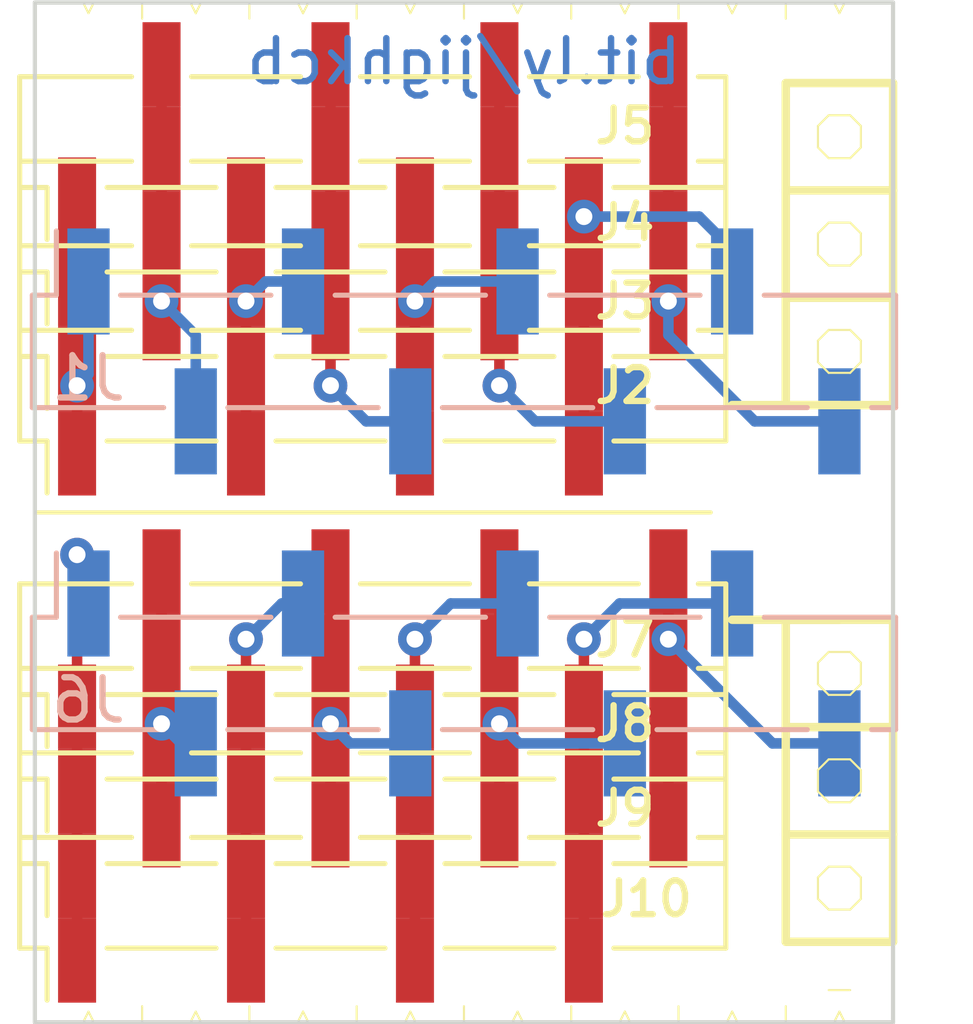
<source format=kicad_pcb>
(kicad_pcb (version 20171130) (host pcbnew 5.0.2-bee76a0~70~ubuntu18.04.1)

  (general
    (thickness 1.6)
    (drawings 140)
    (tracks 105)
    (zones 0)
    (modules 10)
    (nets 17)
  )

  (page A4)
  (layers
    (0 F.Cu signal)
    (31 B.Cu signal)
    (32 B.Adhes user)
    (33 F.Adhes user)
    (34 B.Paste user)
    (35 F.Paste user)
    (36 B.SilkS user)
    (37 F.SilkS user)
    (38 B.Mask user)
    (39 F.Mask user)
    (40 Dwgs.User user)
    (41 Cmts.User user)
    (42 Eco1.User user)
    (43 Eco2.User user)
    (44 Edge.Cuts user)
    (45 Margin user)
    (46 B.CrtYd user)
    (47 F.CrtYd user)
    (48 B.Fab user)
    (49 F.Fab user)
  )

  (setup
    (last_trace_width 0.25)
    (trace_clearance 0.2)
    (zone_clearance 0.508)
    (zone_45_only no)
    (trace_min 0.2)
    (segment_width 0.2)
    (edge_width 0.15)
    (via_size 0.8)
    (via_drill 0.4)
    (via_min_size 0.4)
    (via_min_drill 0.3)
    (uvia_size 0.3)
    (uvia_drill 0.1)
    (uvias_allowed no)
    (uvia_min_size 0.2)
    (uvia_min_drill 0.1)
    (pcb_text_width 0.3)
    (pcb_text_size 1.5 1.5)
    (mod_edge_width 0.15)
    (mod_text_size 1 1)
    (mod_text_width 0.15)
    (pad_size 1.524 1.524)
    (pad_drill 0.762)
    (pad_to_mask_clearance 0.051)
    (solder_mask_min_width 0.25)
    (aux_axis_origin 0 0)
    (visible_elements FFFFFF7F)
    (pcbplotparams
      (layerselection 0x010f0_ffffffff)
      (usegerberextensions false)
      (usegerberattributes false)
      (usegerberadvancedattributes false)
      (creategerberjobfile false)
      (excludeedgelayer true)
      (linewidth 0.100000)
      (plotframeref false)
      (viasonmask false)
      (mode 1)
      (useauxorigin false)
      (hpglpennumber 1)
      (hpglpenspeed 20)
      (hpglpendiameter 15.000000)
      (psnegative false)
      (psa4output false)
      (plotreference true)
      (plotvalue true)
      (plotinvisibletext false)
      (padsonsilk false)
      (subtractmaskfromsilk false)
      (outputformat 1)
      (mirror false)
      (drillshape 0)
      (scaleselection 1)
      (outputdirectory "plots"))
  )

  (net 0 "")
  (net 1 /T1)
  (net 2 /T3)
  (net 3 /T5)
  (net 4 /T7)
  (net 5 /T2)
  (net 6 /T4)
  (net 7 /T6)
  (net 8 /T8)
  (net 9 /B1)
  (net 10 /B3)
  (net 11 /B5)
  (net 12 /B7)
  (net 13 /B2)
  (net 14 /B4)
  (net 15 /B6)
  (net 16 /B8)

  (net_class Default "This is the default net class."
    (clearance 0.2)
    (trace_width 0.25)
    (via_dia 0.8)
    (via_drill 0.4)
    (uvia_dia 0.3)
    (uvia_drill 0.1)
    (add_net /B1)
    (add_net /B2)
    (add_net /B3)
    (add_net /B4)
    (add_net /B5)
    (add_net /B6)
    (add_net /B7)
    (add_net /B8)
    (add_net /T1)
    (add_net /T2)
    (add_net /T3)
    (add_net /T4)
    (add_net /T5)
    (add_net /T6)
    (add_net /T7)
    (add_net /T8)
  )

  (module Connector_PinSocket_2.00mm:PinSocket_1x08_P2.00mm_Vertical_SMD_Pin1Left (layer F.Cu) (tedit 5C82FD5E) (tstamp 5C7B79B8)
    (at 109.6 98.6 90)
    (descr "surface-mounted straight socket strip, 1x08, 2.00mm pitch, single row, style 1 (pin 1 left) (https://www.jayconsystems.com/fileuploader/download/download/?d=1&file=custom%2Fupload%2FFile-1375728122.pdf), script generated")
    (tags "Surface mounted socket strip SMD 1x08 2.00mm single row style1 pin1 left")
    (path /5C93A7BD)
    (attr smd)
    (fp_text reference J2 (at 0 5.97 180) (layer F.SilkS)
      (effects (font (size 0.8 0.8) (thickness 0.15)))
    )
    (fp_text value Conn_01x08_Female (at 0 9.8 90) (layer F.Fab) hide
      (effects (font (size 1 1) (thickness 0.15)))
    )
    (fp_text user %R (at 0 0 180) (layer F.Fab) hide
      (effects (font (size 1 1) (thickness 0.15)))
    )
    (fp_line (start -3.1 8.8) (end -3.1 -8.8) (layer F.CrtYd) (width 0.05))
    (fp_line (start 3.1 8.8) (end -3.1 8.8) (layer F.CrtYd) (width 0.05))
    (fp_line (start 3.1 -8.8) (end 3.1 8.8) (layer F.CrtYd) (width 0.05))
    (fp_line (start -3.1 -8.8) (end 3.1 -8.8) (layer F.CrtYd) (width 0.05))
    (fp_line (start 2.1 7.25) (end 1.25 7.25) (layer F.Fab) (width 0.1))
    (fp_line (start 2.1 6.75) (end 2.1 7.25) (layer F.Fab) (width 0.1))
    (fp_line (start 1.25 6.75) (end 2.1 6.75) (layer F.Fab) (width 0.1))
    (fp_line (start -2.1 5.25) (end -2.1 4.75) (layer F.Fab) (width 0.1))
    (fp_line (start -1.25 5.25) (end -2.1 5.25) (layer F.Fab) (width 0.1))
    (fp_line (start -2.1 4.75) (end -1.25 4.75) (layer F.Fab) (width 0.1))
    (fp_line (start 2.1 3.25) (end 1.25 3.25) (layer F.Fab) (width 0.1))
    (fp_line (start 2.1 2.75) (end 2.1 3.25) (layer F.Fab) (width 0.1))
    (fp_line (start 1.25 2.75) (end 2.1 2.75) (layer F.Fab) (width 0.1))
    (fp_line (start -2.1 1.25) (end -2.1 0.75) (layer F.Fab) (width 0.1))
    (fp_line (start -1.25 1.25) (end -2.1 1.25) (layer F.Fab) (width 0.1))
    (fp_line (start -2.1 0.75) (end -1.25 0.75) (layer F.Fab) (width 0.1))
    (fp_line (start 2.1 -0.75) (end 1.25 -0.75) (layer F.Fab) (width 0.1))
    (fp_line (start 2.1 -1.25) (end 2.1 -0.75) (layer F.Fab) (width 0.1))
    (fp_line (start 1.25 -1.25) (end 2.1 -1.25) (layer F.Fab) (width 0.1))
    (fp_line (start -2.1 -2.75) (end -2.1 -3.25) (layer F.Fab) (width 0.1))
    (fp_line (start -1.25 -2.75) (end -2.1 -2.75) (layer F.Fab) (width 0.1))
    (fp_line (start -2.1 -3.25) (end -1.25 -3.25) (layer F.Fab) (width 0.1))
    (fp_line (start 2.1 -4.75) (end 1.25 -4.75) (layer F.Fab) (width 0.1))
    (fp_line (start 2.1 -5.25) (end 2.1 -4.75) (layer F.Fab) (width 0.1))
    (fp_line (start 1.25 -5.25) (end 2.1 -5.25) (layer F.Fab) (width 0.1))
    (fp_line (start -2.1 -6.75) (end -2.1 -7.25) (layer F.Fab) (width 0.1))
    (fp_line (start -1.25 -6.75) (end -2.1 -6.75) (layer F.Fab) (width 0.1))
    (fp_line (start -2.1 -7.25) (end -1.25 -7.25) (layer F.Fab) (width 0.1))
    (fp_line (start -1.25 -7.675) (end -0.625 -8.3) (layer F.Fab) (width 0.1))
    (fp_line (start -1.25 8.3) (end -1.25 -7.675) (layer F.Fab) (width 0.1))
    (fp_line (start 1.25 8.3) (end -1.25 8.3) (layer F.Fab) (width 0.1))
    (fp_line (start 1.25 -8.3) (end 1.25 8.3) (layer F.Fab) (width 0.1))
    (fp_line (start -0.625 -8.3) (end 1.25 -8.3) (layer F.Fab) (width 0.1))
    (fp_line (start -2.54 -7.71) (end -1.31 -7.71) (layer F.SilkS) (width 0.12))
    (fp_line (start -1.31 5.71) (end -1.31 8.36) (layer F.SilkS) (width 0.12))
    (fp_line (start -1.31 1.71) (end -1.31 4.29) (layer F.SilkS) (width 0.12))
    (fp_line (start -1.31 -2.29) (end -1.31 0.29) (layer F.SilkS) (width 0.12))
    (fp_line (start -1.31 -6.29) (end -1.31 -3.71) (layer F.SilkS) (width 0.12))
    (fp_line (start -1.31 -8.36) (end -1.31 -7.71) (layer F.SilkS) (width 0.12))
    (fp_line (start -1.31 8.36) (end 1.31 8.36) (layer F.SilkS) (width 0.12))
    (fp_line (start 1.31 7.71) (end 1.31 8.36) (layer F.SilkS) (width 0.12))
    (fp_line (start 1.31 3.71) (end 1.31 6.29) (layer F.SilkS) (width 0.12))
    (fp_line (start 1.31 -0.29) (end 1.31 2.29) (layer F.SilkS) (width 0.12))
    (fp_line (start 1.31 -4.29) (end 1.31 -1.71) (layer F.SilkS) (width 0.12))
    (fp_line (start 1.31 -8.36) (end 1.31 -5.71) (layer F.SilkS) (width 0.12))
    (fp_line (start -1.31 -8.36) (end 1.31 -8.36) (layer F.SilkS) (width 0.12))
    (pad 8 smd rect (at 1.6 7 90) (size 2 0.9) (layers F.Cu F.Paste F.Mask)
      (net 8 /T8))
    (pad 6 smd rect (at 1.6 3 90) (size 2 0.9) (layers F.Cu F.Paste F.Mask)
      (net 7 /T6))
    (pad 4 smd rect (at 1.6 -1 90) (size 2 0.9) (layers F.Cu F.Paste F.Mask)
      (net 6 /T4))
    (pad 2 smd rect (at 1.6 -5 90) (size 2 0.9) (layers F.Cu F.Paste F.Mask)
      (net 5 /T2))
    (pad 7 smd rect (at -1.6 5 90) (size 2 0.9) (layers F.Cu F.Paste F.Mask)
      (net 4 /T7))
    (pad 5 smd rect (at -1.6 1 90) (size 2 0.9) (layers F.Cu F.Paste F.Mask)
      (net 3 /T5))
    (pad 3 smd rect (at -1.6 -3 90) (size 2 0.9) (layers F.Cu F.Paste F.Mask)
      (net 2 /T3))
    (pad 1 smd rect (at -1.6 -7 90) (size 2 0.9) (layers F.Cu F.Paste F.Mask)
      (net 1 /T1))
    (model ${KISYS3DMOD}/Connector_PinSocket_2.00mm.3dshapes/PinSocket_1x08_P2.00mm_Vertical_SMD_Pin1Left.wrl
      (at (xyz 0 0 0))
      (scale (xyz 1 1 1))
      (rotate (xyz 0 0 0))
    )
  )

  (module Connector_PinSocket_2.00mm:PinSocket_1x08_P2.00mm_Vertical_SMD_Pin1Left (layer F.Cu) (tedit 5C82FD53) (tstamp 5C7B797E)
    (at 109.6 96.6 90)
    (descr "surface-mounted straight socket strip, 1x08, 2.00mm pitch, single row, style 1 (pin 1 left) (https://www.jayconsystems.com/fileuploader/download/download/?d=1&file=custom%2Fupload%2FFile-1375728122.pdf), script generated")
    (tags "Surface mounted socket strip SMD 1x08 2.00mm single row style1 pin1 left")
    (path /5C98081A)
    (attr smd)
    (fp_text reference J3 (at 0 5.97 180) (layer F.SilkS)
      (effects (font (size 0.8 0.8) (thickness 0.15)))
    )
    (fp_text value Conn_01x08_Female (at 0 9.8 90) (layer F.Fab) hide
      (effects (font (size 1 1) (thickness 0.15)))
    )
    (fp_text user %R (at 0 0 180) (layer F.Fab) hide
      (effects (font (size 1 1) (thickness 0.15)))
    )
    (fp_line (start -3.1 8.8) (end -3.1 -8.8) (layer F.CrtYd) (width 0.05))
    (fp_line (start 3.1 8.8) (end -3.1 8.8) (layer F.CrtYd) (width 0.05))
    (fp_line (start 3.1 -8.8) (end 3.1 8.8) (layer F.CrtYd) (width 0.05))
    (fp_line (start -3.1 -8.8) (end 3.1 -8.8) (layer F.CrtYd) (width 0.05))
    (fp_line (start 2.1 7.25) (end 1.25 7.25) (layer F.Fab) (width 0.1))
    (fp_line (start 2.1 6.75) (end 2.1 7.25) (layer F.Fab) (width 0.1))
    (fp_line (start 1.25 6.75) (end 2.1 6.75) (layer F.Fab) (width 0.1))
    (fp_line (start -2.1 5.25) (end -2.1 4.75) (layer F.Fab) (width 0.1))
    (fp_line (start -1.25 5.25) (end -2.1 5.25) (layer F.Fab) (width 0.1))
    (fp_line (start -2.1 4.75) (end -1.25 4.75) (layer F.Fab) (width 0.1))
    (fp_line (start 2.1 3.25) (end 1.25 3.25) (layer F.Fab) (width 0.1))
    (fp_line (start 2.1 2.75) (end 2.1 3.25) (layer F.Fab) (width 0.1))
    (fp_line (start 1.25 2.75) (end 2.1 2.75) (layer F.Fab) (width 0.1))
    (fp_line (start -2.1 1.25) (end -2.1 0.75) (layer F.Fab) (width 0.1))
    (fp_line (start -1.25 1.25) (end -2.1 1.25) (layer F.Fab) (width 0.1))
    (fp_line (start -2.1 0.75) (end -1.25 0.75) (layer F.Fab) (width 0.1))
    (fp_line (start 2.1 -0.75) (end 1.25 -0.75) (layer F.Fab) (width 0.1))
    (fp_line (start 2.1 -1.25) (end 2.1 -0.75) (layer F.Fab) (width 0.1))
    (fp_line (start 1.25 -1.25) (end 2.1 -1.25) (layer F.Fab) (width 0.1))
    (fp_line (start -2.1 -2.75) (end -2.1 -3.25) (layer F.Fab) (width 0.1))
    (fp_line (start -1.25 -2.75) (end -2.1 -2.75) (layer F.Fab) (width 0.1))
    (fp_line (start -2.1 -3.25) (end -1.25 -3.25) (layer F.Fab) (width 0.1))
    (fp_line (start 2.1 -4.75) (end 1.25 -4.75) (layer F.Fab) (width 0.1))
    (fp_line (start 2.1 -5.25) (end 2.1 -4.75) (layer F.Fab) (width 0.1))
    (fp_line (start 1.25 -5.25) (end 2.1 -5.25) (layer F.Fab) (width 0.1))
    (fp_line (start -2.1 -6.75) (end -2.1 -7.25) (layer F.Fab) (width 0.1))
    (fp_line (start -1.25 -6.75) (end -2.1 -6.75) (layer F.Fab) (width 0.1))
    (fp_line (start -2.1 -7.25) (end -1.25 -7.25) (layer F.Fab) (width 0.1))
    (fp_line (start -1.25 -7.675) (end -0.625 -8.3) (layer F.Fab) (width 0.1))
    (fp_line (start -1.25 8.3) (end -1.25 -7.675) (layer F.Fab) (width 0.1))
    (fp_line (start 1.25 8.3) (end -1.25 8.3) (layer F.Fab) (width 0.1))
    (fp_line (start 1.25 -8.3) (end 1.25 8.3) (layer F.Fab) (width 0.1))
    (fp_line (start -0.625 -8.3) (end 1.25 -8.3) (layer F.Fab) (width 0.1))
    (fp_line (start -2.54 -7.71) (end -1.31 -7.71) (layer F.SilkS) (width 0.12))
    (fp_line (start -1.31 5.71) (end -1.31 8.36) (layer F.SilkS) (width 0.12))
    (fp_line (start -1.31 1.71) (end -1.31 4.29) (layer F.SilkS) (width 0.12))
    (fp_line (start -1.31 -2.29) (end -1.31 0.29) (layer F.SilkS) (width 0.12))
    (fp_line (start -1.31 -6.29) (end -1.31 -3.71) (layer F.SilkS) (width 0.12))
    (fp_line (start -1.31 -8.36) (end -1.31 -7.71) (layer F.SilkS) (width 0.12))
    (fp_line (start -1.31 8.36) (end 1.31 8.36) (layer F.SilkS) (width 0.12))
    (fp_line (start 1.31 7.71) (end 1.31 8.36) (layer F.SilkS) (width 0.12))
    (fp_line (start 1.31 3.71) (end 1.31 6.29) (layer F.SilkS) (width 0.12))
    (fp_line (start 1.31 -0.29) (end 1.31 2.29) (layer F.SilkS) (width 0.12))
    (fp_line (start 1.31 -4.29) (end 1.31 -1.71) (layer F.SilkS) (width 0.12))
    (fp_line (start 1.31 -8.36) (end 1.31 -5.71) (layer F.SilkS) (width 0.12))
    (fp_line (start -1.31 -8.36) (end 1.31 -8.36) (layer F.SilkS) (width 0.12))
    (pad 8 smd rect (at 1.6 7 90) (size 2 0.9) (layers F.Cu F.Paste F.Mask)
      (net 8 /T8))
    (pad 6 smd rect (at 1.6 3 90) (size 2 0.9) (layers F.Cu F.Paste F.Mask)
      (net 7 /T6))
    (pad 4 smd rect (at 1.6 -1 90) (size 2 0.9) (layers F.Cu F.Paste F.Mask)
      (net 6 /T4))
    (pad 2 smd rect (at 1.6 -5 90) (size 2 0.9) (layers F.Cu F.Paste F.Mask)
      (net 5 /T2))
    (pad 7 smd rect (at -1.6 5 90) (size 2 0.9) (layers F.Cu F.Paste F.Mask)
      (net 4 /T7))
    (pad 5 smd rect (at -1.6 1 90) (size 2 0.9) (layers F.Cu F.Paste F.Mask)
      (net 3 /T5))
    (pad 3 smd rect (at -1.6 -3 90) (size 2 0.9) (layers F.Cu F.Paste F.Mask)
      (net 2 /T3))
    (pad 1 smd rect (at -1.6 -7 90) (size 2 0.9) (layers F.Cu F.Paste F.Mask)
      (net 1 /T1))
    (model ${KISYS3DMOD}/Connector_PinSocket_2.00mm.3dshapes/PinSocket_1x08_P2.00mm_Vertical_SMD_Pin1Left.wrl
      (at (xyz 0 0 0))
      (scale (xyz 1 1 1))
      (rotate (xyz 0 0 0))
    )
  )

  (module Connector_PinSocket_2.00mm:PinSocket_1x08_P2.00mm_Vertical_SMD_Pin1Left (layer F.Cu) (tedit 5C82FD91) (tstamp 5C7B7944)
    (at 109.6 110.6 90)
    (descr "surface-mounted straight socket strip, 1x08, 2.00mm pitch, single row, style 1 (pin 1 left) (https://www.jayconsystems.com/fileuploader/download/download/?d=1&file=custom%2Fupload%2FFile-1375728122.pdf), script generated")
    (tags "Surface mounted socket strip SMD 1x08 2.00mm single row style1 pin1 left")
    (path /5C9809AD)
    (attr smd)
    (fp_text reference J10 (at -0.144 6.478 180) (layer F.SilkS)
      (effects (font (size 0.8 0.8) (thickness 0.15)))
    )
    (fp_text value Conn_01x08_Female (at 0 9.8 90) (layer F.Fab) hide
      (effects (font (size 1 1) (thickness 0.15)))
    )
    (fp_text user %R (at 0 0 180) (layer F.Fab) hide
      (effects (font (size 1 1) (thickness 0.15)))
    )
    (fp_line (start -3.1 8.8) (end -3.1 -8.8) (layer F.CrtYd) (width 0.05))
    (fp_line (start 3.1 8.8) (end -3.1 8.8) (layer F.CrtYd) (width 0.05))
    (fp_line (start 3.1 -8.8) (end 3.1 8.8) (layer F.CrtYd) (width 0.05))
    (fp_line (start -3.1 -8.8) (end 3.1 -8.8) (layer F.CrtYd) (width 0.05))
    (fp_line (start 2.1 7.25) (end 1.25 7.25) (layer F.Fab) (width 0.1))
    (fp_line (start 2.1 6.75) (end 2.1 7.25) (layer F.Fab) (width 0.1))
    (fp_line (start 1.25 6.75) (end 2.1 6.75) (layer F.Fab) (width 0.1))
    (fp_line (start -2.1 5.25) (end -2.1 4.75) (layer F.Fab) (width 0.1))
    (fp_line (start -1.25 5.25) (end -2.1 5.25) (layer F.Fab) (width 0.1))
    (fp_line (start -2.1 4.75) (end -1.25 4.75) (layer F.Fab) (width 0.1))
    (fp_line (start 2.1 3.25) (end 1.25 3.25) (layer F.Fab) (width 0.1))
    (fp_line (start 2.1 2.75) (end 2.1 3.25) (layer F.Fab) (width 0.1))
    (fp_line (start 1.25 2.75) (end 2.1 2.75) (layer F.Fab) (width 0.1))
    (fp_line (start -2.1 1.25) (end -2.1 0.75) (layer F.Fab) (width 0.1))
    (fp_line (start -1.25 1.25) (end -2.1 1.25) (layer F.Fab) (width 0.1))
    (fp_line (start -2.1 0.75) (end -1.25 0.75) (layer F.Fab) (width 0.1))
    (fp_line (start 2.1 -0.75) (end 1.25 -0.75) (layer F.Fab) (width 0.1))
    (fp_line (start 2.1 -1.25) (end 2.1 -0.75) (layer F.Fab) (width 0.1))
    (fp_line (start 1.25 -1.25) (end 2.1 -1.25) (layer F.Fab) (width 0.1))
    (fp_line (start -2.1 -2.75) (end -2.1 -3.25) (layer F.Fab) (width 0.1))
    (fp_line (start -1.25 -2.75) (end -2.1 -2.75) (layer F.Fab) (width 0.1))
    (fp_line (start -2.1 -3.25) (end -1.25 -3.25) (layer F.Fab) (width 0.1))
    (fp_line (start 2.1 -4.75) (end 1.25 -4.75) (layer F.Fab) (width 0.1))
    (fp_line (start 2.1 -5.25) (end 2.1 -4.75) (layer F.Fab) (width 0.1))
    (fp_line (start 1.25 -5.25) (end 2.1 -5.25) (layer F.Fab) (width 0.1))
    (fp_line (start -2.1 -6.75) (end -2.1 -7.25) (layer F.Fab) (width 0.1))
    (fp_line (start -1.25 -6.75) (end -2.1 -6.75) (layer F.Fab) (width 0.1))
    (fp_line (start -2.1 -7.25) (end -1.25 -7.25) (layer F.Fab) (width 0.1))
    (fp_line (start -1.25 -7.675) (end -0.625 -8.3) (layer F.Fab) (width 0.1))
    (fp_line (start -1.25 8.3) (end -1.25 -7.675) (layer F.Fab) (width 0.1))
    (fp_line (start 1.25 8.3) (end -1.25 8.3) (layer F.Fab) (width 0.1))
    (fp_line (start 1.25 -8.3) (end 1.25 8.3) (layer F.Fab) (width 0.1))
    (fp_line (start -0.625 -8.3) (end 1.25 -8.3) (layer F.Fab) (width 0.1))
    (fp_line (start -2.54 -7.71) (end -1.31 -7.71) (layer F.SilkS) (width 0.12))
    (fp_line (start -1.31 5.71) (end -1.31 8.36) (layer F.SilkS) (width 0.12))
    (fp_line (start -1.31 1.71) (end -1.31 4.29) (layer F.SilkS) (width 0.12))
    (fp_line (start -1.31 -2.29) (end -1.31 0.29) (layer F.SilkS) (width 0.12))
    (fp_line (start -1.31 -6.29) (end -1.31 -3.71) (layer F.SilkS) (width 0.12))
    (fp_line (start -1.31 -8.36) (end -1.31 -7.71) (layer F.SilkS) (width 0.12))
    (fp_line (start -1.31 8.36) (end 1.31 8.36) (layer F.SilkS) (width 0.12))
    (fp_line (start 1.31 7.71) (end 1.31 8.36) (layer F.SilkS) (width 0.12))
    (fp_line (start 1.31 3.71) (end 1.31 6.29) (layer F.SilkS) (width 0.12))
    (fp_line (start 1.31 -0.29) (end 1.31 2.29) (layer F.SilkS) (width 0.12))
    (fp_line (start 1.31 -4.29) (end 1.31 -1.71) (layer F.SilkS) (width 0.12))
    (fp_line (start 1.31 -8.36) (end 1.31 -5.71) (layer F.SilkS) (width 0.12))
    (fp_line (start -1.31 -8.36) (end 1.31 -8.36) (layer F.SilkS) (width 0.12))
    (pad 8 smd rect (at 1.6 7 90) (size 2 0.9) (layers F.Cu F.Paste F.Mask)
      (net 16 /B8))
    (pad 6 smd rect (at 1.6 3 90) (size 2 0.9) (layers F.Cu F.Paste F.Mask)
      (net 15 /B6))
    (pad 4 smd rect (at 1.6 -1 90) (size 2 0.9) (layers F.Cu F.Paste F.Mask)
      (net 14 /B4))
    (pad 2 smd rect (at 1.6 -5 90) (size 2 0.9) (layers F.Cu F.Paste F.Mask)
      (net 13 /B2))
    (pad 7 smd rect (at -1.6 5 90) (size 2 0.9) (layers F.Cu F.Paste F.Mask)
      (net 12 /B7))
    (pad 5 smd rect (at -1.6 1 90) (size 2 0.9) (layers F.Cu F.Paste F.Mask)
      (net 11 /B5))
    (pad 3 smd rect (at -1.6 -3 90) (size 2 0.9) (layers F.Cu F.Paste F.Mask)
      (net 10 /B3))
    (pad 1 smd rect (at -1.6 -7 90) (size 2 0.9) (layers F.Cu F.Paste F.Mask)
      (net 9 /B1))
    (model ${KISYS3DMOD}/Connector_PinSocket_2.00mm.3dshapes/PinSocket_1x08_P2.00mm_Vertical_SMD_Pin1Left.wrl
      (at (xyz 0 0 0))
      (scale (xyz 1 1 1))
      (rotate (xyz 0 0 0))
    )
  )

  (module Connector_PinSocket_2.00mm:PinSocket_1x08_P2.00mm_Vertical_SMD_Pin1Left (layer F.Cu) (tedit 5C82FD6C) (tstamp 5C7B790A)
    (at 109.6 104.6 90)
    (descr "surface-mounted straight socket strip, 1x08, 2.00mm pitch, single row, style 1 (pin 1 left) (https://www.jayconsystems.com/fileuploader/download/download/?d=1&file=custom%2Fupload%2FFile-1375728122.pdf), script generated")
    (tags "Surface mounted socket strip SMD 1x08 2.00mm single row style1 pin1 left")
    (path /5C9808CD)
    (attr smd)
    (fp_text reference J7 (at 0 5.97 180) (layer F.SilkS)
      (effects (font (size 0.8 0.8) (thickness 0.15)))
    )
    (fp_text value Conn_01x08_Female (at 0 9.8 90) (layer F.Fab) hide
      (effects (font (size 1 1) (thickness 0.15)))
    )
    (fp_text user %R (at 0 0 180) (layer F.Fab) hide
      (effects (font (size 1 1) (thickness 0.15)))
    )
    (fp_line (start -3.1 8.8) (end -3.1 -8.8) (layer F.CrtYd) (width 0.05))
    (fp_line (start 3.1 8.8) (end -3.1 8.8) (layer F.CrtYd) (width 0.05))
    (fp_line (start 3.1 -8.8) (end 3.1 8.8) (layer F.CrtYd) (width 0.05))
    (fp_line (start -3.1 -8.8) (end 3.1 -8.8) (layer F.CrtYd) (width 0.05))
    (fp_line (start 2.1 7.25) (end 1.25 7.25) (layer F.Fab) (width 0.1))
    (fp_line (start 2.1 6.75) (end 2.1 7.25) (layer F.Fab) (width 0.1))
    (fp_line (start 1.25 6.75) (end 2.1 6.75) (layer F.Fab) (width 0.1))
    (fp_line (start -2.1 5.25) (end -2.1 4.75) (layer F.Fab) (width 0.1))
    (fp_line (start -1.25 5.25) (end -2.1 5.25) (layer F.Fab) (width 0.1))
    (fp_line (start -2.1 4.75) (end -1.25 4.75) (layer F.Fab) (width 0.1))
    (fp_line (start 2.1 3.25) (end 1.25 3.25) (layer F.Fab) (width 0.1))
    (fp_line (start 2.1 2.75) (end 2.1 3.25) (layer F.Fab) (width 0.1))
    (fp_line (start 1.25 2.75) (end 2.1 2.75) (layer F.Fab) (width 0.1))
    (fp_line (start -2.1 1.25) (end -2.1 0.75) (layer F.Fab) (width 0.1))
    (fp_line (start -1.25 1.25) (end -2.1 1.25) (layer F.Fab) (width 0.1))
    (fp_line (start -2.1 0.75) (end -1.25 0.75) (layer F.Fab) (width 0.1))
    (fp_line (start 2.1 -0.75) (end 1.25 -0.75) (layer F.Fab) (width 0.1))
    (fp_line (start 2.1 -1.25) (end 2.1 -0.75) (layer F.Fab) (width 0.1))
    (fp_line (start 1.25 -1.25) (end 2.1 -1.25) (layer F.Fab) (width 0.1))
    (fp_line (start -2.1 -2.75) (end -2.1 -3.25) (layer F.Fab) (width 0.1))
    (fp_line (start -1.25 -2.75) (end -2.1 -2.75) (layer F.Fab) (width 0.1))
    (fp_line (start -2.1 -3.25) (end -1.25 -3.25) (layer F.Fab) (width 0.1))
    (fp_line (start 2.1 -4.75) (end 1.25 -4.75) (layer F.Fab) (width 0.1))
    (fp_line (start 2.1 -5.25) (end 2.1 -4.75) (layer F.Fab) (width 0.1))
    (fp_line (start 1.25 -5.25) (end 2.1 -5.25) (layer F.Fab) (width 0.1))
    (fp_line (start -2.1 -6.75) (end -2.1 -7.25) (layer F.Fab) (width 0.1))
    (fp_line (start -1.25 -6.75) (end -2.1 -6.75) (layer F.Fab) (width 0.1))
    (fp_line (start -2.1 -7.25) (end -1.25 -7.25) (layer F.Fab) (width 0.1))
    (fp_line (start -1.25 -7.675) (end -0.625 -8.3) (layer F.Fab) (width 0.1))
    (fp_line (start -1.25 8.3) (end -1.25 -7.675) (layer F.Fab) (width 0.1))
    (fp_line (start 1.25 8.3) (end -1.25 8.3) (layer F.Fab) (width 0.1))
    (fp_line (start 1.25 -8.3) (end 1.25 8.3) (layer F.Fab) (width 0.1))
    (fp_line (start -0.625 -8.3) (end 1.25 -8.3) (layer F.Fab) (width 0.1))
    (fp_line (start -2.54 -7.71) (end -1.31 -7.71) (layer F.SilkS) (width 0.12))
    (fp_line (start -1.31 5.71) (end -1.31 8.36) (layer F.SilkS) (width 0.12))
    (fp_line (start -1.31 1.71) (end -1.31 4.29) (layer F.SilkS) (width 0.12))
    (fp_line (start -1.31 -2.29) (end -1.31 0.29) (layer F.SilkS) (width 0.12))
    (fp_line (start -1.31 -6.29) (end -1.31 -3.71) (layer F.SilkS) (width 0.12))
    (fp_line (start -1.31 -8.36) (end -1.31 -7.71) (layer F.SilkS) (width 0.12))
    (fp_line (start -1.31 8.36) (end 1.31 8.36) (layer F.SilkS) (width 0.12))
    (fp_line (start 1.31 7.71) (end 1.31 8.36) (layer F.SilkS) (width 0.12))
    (fp_line (start 1.31 3.71) (end 1.31 6.29) (layer F.SilkS) (width 0.12))
    (fp_line (start 1.31 -0.29) (end 1.31 2.29) (layer F.SilkS) (width 0.12))
    (fp_line (start 1.31 -4.29) (end 1.31 -1.71) (layer F.SilkS) (width 0.12))
    (fp_line (start 1.31 -8.36) (end 1.31 -5.71) (layer F.SilkS) (width 0.12))
    (fp_line (start -1.31 -8.36) (end 1.31 -8.36) (layer F.SilkS) (width 0.12))
    (pad 8 smd rect (at 1.6 7 90) (size 2 0.9) (layers F.Cu F.Paste F.Mask)
      (net 16 /B8))
    (pad 6 smd rect (at 1.6 3 90) (size 2 0.9) (layers F.Cu F.Paste F.Mask)
      (net 15 /B6))
    (pad 4 smd rect (at 1.6 -1 90) (size 2 0.9) (layers F.Cu F.Paste F.Mask)
      (net 14 /B4))
    (pad 2 smd rect (at 1.6 -5 90) (size 2 0.9) (layers F.Cu F.Paste F.Mask)
      (net 13 /B2))
    (pad 7 smd rect (at -1.6 5 90) (size 2 0.9) (layers F.Cu F.Paste F.Mask)
      (net 12 /B7))
    (pad 5 smd rect (at -1.6 1 90) (size 2 0.9) (layers F.Cu F.Paste F.Mask)
      (net 11 /B5))
    (pad 3 smd rect (at -1.6 -3 90) (size 2 0.9) (layers F.Cu F.Paste F.Mask)
      (net 10 /B3))
    (pad 1 smd rect (at -1.6 -7 90) (size 2 0.9) (layers F.Cu F.Paste F.Mask)
      (net 9 /B1))
    (model ${KISYS3DMOD}/Connector_PinSocket_2.00mm.3dshapes/PinSocket_1x08_P2.00mm_Vertical_SMD_Pin1Left.wrl
      (at (xyz 0 0 0))
      (scale (xyz 1 1 1))
      (rotate (xyz 0 0 0))
    )
  )

  (module Connector_PinSocket_2.00mm:PinSocket_1x08_P2.00mm_Vertical_SMD_Pin1Left (layer F.Cu) (tedit 5C82FD84) (tstamp 5C7B78D0)
    (at 109.6 108.6 90)
    (descr "surface-mounted straight socket strip, 1x08, 2.00mm pitch, single row, style 1 (pin 1 left) (https://www.jayconsystems.com/fileuploader/download/download/?d=1&file=custom%2Fupload%2FFile-1375728122.pdf), script generated")
    (tags "Surface mounted socket strip SMD 1x08 2.00mm single row style1 pin1 left")
    (path /5C98096B)
    (attr smd)
    (fp_text reference J9 (at 0 5.97 180) (layer F.SilkS)
      (effects (font (size 0.8 0.8) (thickness 0.15)))
    )
    (fp_text value Conn_01x08_Female (at 0 9.8 90) (layer F.Fab) hide
      (effects (font (size 1 1) (thickness 0.15)))
    )
    (fp_text user %R (at 0 0 180) (layer F.Fab) hide
      (effects (font (size 1 1) (thickness 0.15)))
    )
    (fp_line (start -3.1 8.8) (end -3.1 -8.8) (layer F.CrtYd) (width 0.05))
    (fp_line (start 3.1 8.8) (end -3.1 8.8) (layer F.CrtYd) (width 0.05))
    (fp_line (start 3.1 -8.8) (end 3.1 8.8) (layer F.CrtYd) (width 0.05))
    (fp_line (start -3.1 -8.8) (end 3.1 -8.8) (layer F.CrtYd) (width 0.05))
    (fp_line (start 2.1 7.25) (end 1.25 7.25) (layer F.Fab) (width 0.1))
    (fp_line (start 2.1 6.75) (end 2.1 7.25) (layer F.Fab) (width 0.1))
    (fp_line (start 1.25 6.75) (end 2.1 6.75) (layer F.Fab) (width 0.1))
    (fp_line (start -2.1 5.25) (end -2.1 4.75) (layer F.Fab) (width 0.1))
    (fp_line (start -1.25 5.25) (end -2.1 5.25) (layer F.Fab) (width 0.1))
    (fp_line (start -2.1 4.75) (end -1.25 4.75) (layer F.Fab) (width 0.1))
    (fp_line (start 2.1 3.25) (end 1.25 3.25) (layer F.Fab) (width 0.1))
    (fp_line (start 2.1 2.75) (end 2.1 3.25) (layer F.Fab) (width 0.1))
    (fp_line (start 1.25 2.75) (end 2.1 2.75) (layer F.Fab) (width 0.1))
    (fp_line (start -2.1 1.25) (end -2.1 0.75) (layer F.Fab) (width 0.1))
    (fp_line (start -1.25 1.25) (end -2.1 1.25) (layer F.Fab) (width 0.1))
    (fp_line (start -2.1 0.75) (end -1.25 0.75) (layer F.Fab) (width 0.1))
    (fp_line (start 2.1 -0.75) (end 1.25 -0.75) (layer F.Fab) (width 0.1))
    (fp_line (start 2.1 -1.25) (end 2.1 -0.75) (layer F.Fab) (width 0.1))
    (fp_line (start 1.25 -1.25) (end 2.1 -1.25) (layer F.Fab) (width 0.1))
    (fp_line (start -2.1 -2.75) (end -2.1 -3.25) (layer F.Fab) (width 0.1))
    (fp_line (start -1.25 -2.75) (end -2.1 -2.75) (layer F.Fab) (width 0.1))
    (fp_line (start -2.1 -3.25) (end -1.25 -3.25) (layer F.Fab) (width 0.1))
    (fp_line (start 2.1 -4.75) (end 1.25 -4.75) (layer F.Fab) (width 0.1))
    (fp_line (start 2.1 -5.25) (end 2.1 -4.75) (layer F.Fab) (width 0.1))
    (fp_line (start 1.25 -5.25) (end 2.1 -5.25) (layer F.Fab) (width 0.1))
    (fp_line (start -2.1 -6.75) (end -2.1 -7.25) (layer F.Fab) (width 0.1))
    (fp_line (start -1.25 -6.75) (end -2.1 -6.75) (layer F.Fab) (width 0.1))
    (fp_line (start -2.1 -7.25) (end -1.25 -7.25) (layer F.Fab) (width 0.1))
    (fp_line (start -1.25 -7.675) (end -0.625 -8.3) (layer F.Fab) (width 0.1))
    (fp_line (start -1.25 8.3) (end -1.25 -7.675) (layer F.Fab) (width 0.1))
    (fp_line (start 1.25 8.3) (end -1.25 8.3) (layer F.Fab) (width 0.1))
    (fp_line (start 1.25 -8.3) (end 1.25 8.3) (layer F.Fab) (width 0.1))
    (fp_line (start -0.625 -8.3) (end 1.25 -8.3) (layer F.Fab) (width 0.1))
    (fp_line (start -2.54 -7.71) (end -1.31 -7.71) (layer F.SilkS) (width 0.12))
    (fp_line (start -1.31 5.71) (end -1.31 8.36) (layer F.SilkS) (width 0.12))
    (fp_line (start -1.31 1.71) (end -1.31 4.29) (layer F.SilkS) (width 0.12))
    (fp_line (start -1.31 -2.29) (end -1.31 0.29) (layer F.SilkS) (width 0.12))
    (fp_line (start -1.31 -6.29) (end -1.31 -3.71) (layer F.SilkS) (width 0.12))
    (fp_line (start -1.31 -8.36) (end -1.31 -7.71) (layer F.SilkS) (width 0.12))
    (fp_line (start -1.31 8.36) (end 1.31 8.36) (layer F.SilkS) (width 0.12))
    (fp_line (start 1.31 7.71) (end 1.31 8.36) (layer F.SilkS) (width 0.12))
    (fp_line (start 1.31 3.71) (end 1.31 6.29) (layer F.SilkS) (width 0.12))
    (fp_line (start 1.31 -0.29) (end 1.31 2.29) (layer F.SilkS) (width 0.12))
    (fp_line (start 1.31 -4.29) (end 1.31 -1.71) (layer F.SilkS) (width 0.12))
    (fp_line (start 1.31 -8.36) (end 1.31 -5.71) (layer F.SilkS) (width 0.12))
    (fp_line (start -1.31 -8.36) (end 1.31 -8.36) (layer F.SilkS) (width 0.12))
    (pad 8 smd rect (at 1.6 7 90) (size 2 0.9) (layers F.Cu F.Paste F.Mask)
      (net 16 /B8))
    (pad 6 smd rect (at 1.6 3 90) (size 2 0.9) (layers F.Cu F.Paste F.Mask)
      (net 15 /B6))
    (pad 4 smd rect (at 1.6 -1 90) (size 2 0.9) (layers F.Cu F.Paste F.Mask)
      (net 14 /B4))
    (pad 2 smd rect (at 1.6 -5 90) (size 2 0.9) (layers F.Cu F.Paste F.Mask)
      (net 13 /B2))
    (pad 7 smd rect (at -1.6 5 90) (size 2 0.9) (layers F.Cu F.Paste F.Mask)
      (net 12 /B7))
    (pad 5 smd rect (at -1.6 1 90) (size 2 0.9) (layers F.Cu F.Paste F.Mask)
      (net 11 /B5))
    (pad 3 smd rect (at -1.6 -3 90) (size 2 0.9) (layers F.Cu F.Paste F.Mask)
      (net 10 /B3))
    (pad 1 smd rect (at -1.6 -7 90) (size 2 0.9) (layers F.Cu F.Paste F.Mask)
      (net 9 /B1))
    (model ${KISYS3DMOD}/Connector_PinSocket_2.00mm.3dshapes/PinSocket_1x08_P2.00mm_Vertical_SMD_Pin1Left.wrl
      (at (xyz 0 0 0))
      (scale (xyz 1 1 1))
      (rotate (xyz 0 0 0))
    )
  )

  (module Connector_PinSocket_2.00mm:PinSocket_1x08_P2.00mm_Vertical_SMD_Pin1Left (layer F.Cu) (tedit 5C82FD78) (tstamp 5C7B7896)
    (at 109.6 106.6 90)
    (descr "surface-mounted straight socket strip, 1x08, 2.00mm pitch, single row, style 1 (pin 1 left) (https://www.jayconsystems.com/fileuploader/download/download/?d=1&file=custom%2Fupload%2FFile-1375728122.pdf), script generated")
    (tags "Surface mounted socket strip SMD 1x08 2.00mm single row style1 pin1 left")
    (path /5C980921)
    (attr smd)
    (fp_text reference J8 (at 0 5.97 180) (layer F.SilkS)
      (effects (font (size 0.8 0.8) (thickness 0.15)))
    )
    (fp_text value Conn_01x08_Female (at 0 9.8 90) (layer F.Fab) hide
      (effects (font (size 1 1) (thickness 0.15)))
    )
    (fp_text user %R (at 0 0 180) (layer F.Fab) hide
      (effects (font (size 1 1) (thickness 0.15)))
    )
    (fp_line (start -3.1 8.8) (end -3.1 -8.8) (layer F.CrtYd) (width 0.05))
    (fp_line (start 3.1 8.8) (end -3.1 8.8) (layer F.CrtYd) (width 0.05))
    (fp_line (start 3.1 -8.8) (end 3.1 8.8) (layer F.CrtYd) (width 0.05))
    (fp_line (start -3.1 -8.8) (end 3.1 -8.8) (layer F.CrtYd) (width 0.05))
    (fp_line (start 2.1 7.25) (end 1.25 7.25) (layer F.Fab) (width 0.1))
    (fp_line (start 2.1 6.75) (end 2.1 7.25) (layer F.Fab) (width 0.1))
    (fp_line (start 1.25 6.75) (end 2.1 6.75) (layer F.Fab) (width 0.1))
    (fp_line (start -2.1 5.25) (end -2.1 4.75) (layer F.Fab) (width 0.1))
    (fp_line (start -1.25 5.25) (end -2.1 5.25) (layer F.Fab) (width 0.1))
    (fp_line (start -2.1 4.75) (end -1.25 4.75) (layer F.Fab) (width 0.1))
    (fp_line (start 2.1 3.25) (end 1.25 3.25) (layer F.Fab) (width 0.1))
    (fp_line (start 2.1 2.75) (end 2.1 3.25) (layer F.Fab) (width 0.1))
    (fp_line (start 1.25 2.75) (end 2.1 2.75) (layer F.Fab) (width 0.1))
    (fp_line (start -2.1 1.25) (end -2.1 0.75) (layer F.Fab) (width 0.1))
    (fp_line (start -1.25 1.25) (end -2.1 1.25) (layer F.Fab) (width 0.1))
    (fp_line (start -2.1 0.75) (end -1.25 0.75) (layer F.Fab) (width 0.1))
    (fp_line (start 2.1 -0.75) (end 1.25 -0.75) (layer F.Fab) (width 0.1))
    (fp_line (start 2.1 -1.25) (end 2.1 -0.75) (layer F.Fab) (width 0.1))
    (fp_line (start 1.25 -1.25) (end 2.1 -1.25) (layer F.Fab) (width 0.1))
    (fp_line (start -2.1 -2.75) (end -2.1 -3.25) (layer F.Fab) (width 0.1))
    (fp_line (start -1.25 -2.75) (end -2.1 -2.75) (layer F.Fab) (width 0.1))
    (fp_line (start -2.1 -3.25) (end -1.25 -3.25) (layer F.Fab) (width 0.1))
    (fp_line (start 2.1 -4.75) (end 1.25 -4.75) (layer F.Fab) (width 0.1))
    (fp_line (start 2.1 -5.25) (end 2.1 -4.75) (layer F.Fab) (width 0.1))
    (fp_line (start 1.25 -5.25) (end 2.1 -5.25) (layer F.Fab) (width 0.1))
    (fp_line (start -2.1 -6.75) (end -2.1 -7.25) (layer F.Fab) (width 0.1))
    (fp_line (start -1.25 -6.75) (end -2.1 -6.75) (layer F.Fab) (width 0.1))
    (fp_line (start -2.1 -7.25) (end -1.25 -7.25) (layer F.Fab) (width 0.1))
    (fp_line (start -1.25 -7.675) (end -0.625 -8.3) (layer F.Fab) (width 0.1))
    (fp_line (start -1.25 8.3) (end -1.25 -7.675) (layer F.Fab) (width 0.1))
    (fp_line (start 1.25 8.3) (end -1.25 8.3) (layer F.Fab) (width 0.1))
    (fp_line (start 1.25 -8.3) (end 1.25 8.3) (layer F.Fab) (width 0.1))
    (fp_line (start -0.625 -8.3) (end 1.25 -8.3) (layer F.Fab) (width 0.1))
    (fp_line (start -2.54 -7.71) (end -1.31 -7.71) (layer F.SilkS) (width 0.12))
    (fp_line (start -1.31 5.71) (end -1.31 8.36) (layer F.SilkS) (width 0.12))
    (fp_line (start -1.31 1.71) (end -1.31 4.29) (layer F.SilkS) (width 0.12))
    (fp_line (start -1.31 -2.29) (end -1.31 0.29) (layer F.SilkS) (width 0.12))
    (fp_line (start -1.31 -6.29) (end -1.31 -3.71) (layer F.SilkS) (width 0.12))
    (fp_line (start -1.31 -8.36) (end -1.31 -7.71) (layer F.SilkS) (width 0.12))
    (fp_line (start -1.31 8.36) (end 1.31 8.36) (layer F.SilkS) (width 0.12))
    (fp_line (start 1.31 7.71) (end 1.31 8.36) (layer F.SilkS) (width 0.12))
    (fp_line (start 1.31 3.71) (end 1.31 6.29) (layer F.SilkS) (width 0.12))
    (fp_line (start 1.31 -0.29) (end 1.31 2.29) (layer F.SilkS) (width 0.12))
    (fp_line (start 1.31 -4.29) (end 1.31 -1.71) (layer F.SilkS) (width 0.12))
    (fp_line (start 1.31 -8.36) (end 1.31 -5.71) (layer F.SilkS) (width 0.12))
    (fp_line (start -1.31 -8.36) (end 1.31 -8.36) (layer F.SilkS) (width 0.12))
    (pad 8 smd rect (at 1.6 7 90) (size 2 0.9) (layers F.Cu F.Paste F.Mask)
      (net 16 /B8))
    (pad 6 smd rect (at 1.6 3 90) (size 2 0.9) (layers F.Cu F.Paste F.Mask)
      (net 15 /B6))
    (pad 4 smd rect (at 1.6 -1 90) (size 2 0.9) (layers F.Cu F.Paste F.Mask)
      (net 14 /B4))
    (pad 2 smd rect (at 1.6 -5 90) (size 2 0.9) (layers F.Cu F.Paste F.Mask)
      (net 13 /B2))
    (pad 7 smd rect (at -1.6 5 90) (size 2 0.9) (layers F.Cu F.Paste F.Mask)
      (net 12 /B7))
    (pad 5 smd rect (at -1.6 1 90) (size 2 0.9) (layers F.Cu F.Paste F.Mask)
      (net 11 /B5))
    (pad 3 smd rect (at -1.6 -3 90) (size 2 0.9) (layers F.Cu F.Paste F.Mask)
      (net 10 /B3))
    (pad 1 smd rect (at -1.6 -7 90) (size 2 0.9) (layers F.Cu F.Paste F.Mask)
      (net 9 /B1))
    (model ${KISYS3DMOD}/Connector_PinSocket_2.00mm.3dshapes/PinSocket_1x08_P2.00mm_Vertical_SMD_Pin1Left.wrl
      (at (xyz 0 0 0))
      (scale (xyz 1 1 1))
      (rotate (xyz 0 0 0))
    )
  )

  (module Connector_PinSocket_2.00mm:PinSocket_1x08_P2.00mm_Vertical_SMD_Pin1Left (layer F.Cu) (tedit 5C82FCFF) (tstamp 5C7B7859)
    (at 109.6 94.6 90)
    (descr "surface-mounted straight socket strip, 1x08, 2.00mm pitch, single row, style 1 (pin 1 left) (https://www.jayconsystems.com/fileuploader/download/download/?d=1&file=custom%2Fupload%2FFile-1375728122.pdf), script generated")
    (tags "Surface mounted socket strip SMD 1x08 2.00mm single row style1 pin1 left")
    (path /5C9413F1)
    (attr smd)
    (fp_text reference J4 (at -0.142 5.97 180) (layer F.SilkS)
      (effects (font (size 0.8 0.8) (thickness 0.15)))
    )
    (fp_text value Conn_01x08_Female (at 0 9.8 90) (layer F.Fab) hide
      (effects (font (size 1 1) (thickness 0.15)))
    )
    (fp_text user %R (at 0 0 180) (layer F.Fab) hide
      (effects (font (size 1 1) (thickness 0.15)))
    )
    (fp_line (start -3.1 8.8) (end -3.1 -8.8) (layer F.CrtYd) (width 0.05))
    (fp_line (start 3.1 8.8) (end -3.1 8.8) (layer F.CrtYd) (width 0.05))
    (fp_line (start 3.1 -8.8) (end 3.1 8.8) (layer F.CrtYd) (width 0.05))
    (fp_line (start -3.1 -8.8) (end 3.1 -8.8) (layer F.CrtYd) (width 0.05))
    (fp_line (start 2.1 7.25) (end 1.25 7.25) (layer F.Fab) (width 0.1))
    (fp_line (start 2.1 6.75) (end 2.1 7.25) (layer F.Fab) (width 0.1))
    (fp_line (start 1.25 6.75) (end 2.1 6.75) (layer F.Fab) (width 0.1))
    (fp_line (start -2.1 5.25) (end -2.1 4.75) (layer F.Fab) (width 0.1))
    (fp_line (start -1.25 5.25) (end -2.1 5.25) (layer F.Fab) (width 0.1))
    (fp_line (start -2.1 4.75) (end -1.25 4.75) (layer F.Fab) (width 0.1))
    (fp_line (start 2.1 3.25) (end 1.25 3.25) (layer F.Fab) (width 0.1))
    (fp_line (start 2.1 2.75) (end 2.1 3.25) (layer F.Fab) (width 0.1))
    (fp_line (start 1.25 2.75) (end 2.1 2.75) (layer F.Fab) (width 0.1))
    (fp_line (start -2.1 1.25) (end -2.1 0.75) (layer F.Fab) (width 0.1))
    (fp_line (start -1.25 1.25) (end -2.1 1.25) (layer F.Fab) (width 0.1))
    (fp_line (start -2.1 0.75) (end -1.25 0.75) (layer F.Fab) (width 0.1))
    (fp_line (start 2.1 -0.75) (end 1.25 -0.75) (layer F.Fab) (width 0.1))
    (fp_line (start 2.1 -1.25) (end 2.1 -0.75) (layer F.Fab) (width 0.1))
    (fp_line (start 1.25 -1.25) (end 2.1 -1.25) (layer F.Fab) (width 0.1))
    (fp_line (start -2.1 -2.75) (end -2.1 -3.25) (layer F.Fab) (width 0.1))
    (fp_line (start -1.25 -2.75) (end -2.1 -2.75) (layer F.Fab) (width 0.1))
    (fp_line (start -2.1 -3.25) (end -1.25 -3.25) (layer F.Fab) (width 0.1))
    (fp_line (start 2.1 -4.75) (end 1.25 -4.75) (layer F.Fab) (width 0.1))
    (fp_line (start 2.1 -5.25) (end 2.1 -4.75) (layer F.Fab) (width 0.1))
    (fp_line (start 1.25 -5.25) (end 2.1 -5.25) (layer F.Fab) (width 0.1))
    (fp_line (start -2.1 -6.75) (end -2.1 -7.25) (layer F.Fab) (width 0.1))
    (fp_line (start -1.25 -6.75) (end -2.1 -6.75) (layer F.Fab) (width 0.1))
    (fp_line (start -2.1 -7.25) (end -1.25 -7.25) (layer F.Fab) (width 0.1))
    (fp_line (start -1.25 -7.675) (end -0.625 -8.3) (layer F.Fab) (width 0.1))
    (fp_line (start -1.25 8.3) (end -1.25 -7.675) (layer F.Fab) (width 0.1))
    (fp_line (start 1.25 8.3) (end -1.25 8.3) (layer F.Fab) (width 0.1))
    (fp_line (start 1.25 -8.3) (end 1.25 8.3) (layer F.Fab) (width 0.1))
    (fp_line (start -0.625 -8.3) (end 1.25 -8.3) (layer F.Fab) (width 0.1))
    (fp_line (start -2.54 -7.71) (end -1.31 -7.71) (layer F.SilkS) (width 0.12))
    (fp_line (start -1.31 5.71) (end -1.31 8.36) (layer F.SilkS) (width 0.12))
    (fp_line (start -1.31 1.71) (end -1.31 4.29) (layer F.SilkS) (width 0.12))
    (fp_line (start -1.31 -2.29) (end -1.31 0.29) (layer F.SilkS) (width 0.12))
    (fp_line (start -1.31 -6.29) (end -1.31 -3.71) (layer F.SilkS) (width 0.12))
    (fp_line (start -1.31 -8.36) (end -1.31 -7.71) (layer F.SilkS) (width 0.12))
    (fp_line (start -1.31 8.36) (end 1.31 8.36) (layer F.SilkS) (width 0.12))
    (fp_line (start 1.31 7.71) (end 1.31 8.36) (layer F.SilkS) (width 0.12))
    (fp_line (start 1.31 3.71) (end 1.31 6.29) (layer F.SilkS) (width 0.12))
    (fp_line (start 1.31 -0.29) (end 1.31 2.29) (layer F.SilkS) (width 0.12))
    (fp_line (start 1.31 -4.29) (end 1.31 -1.71) (layer F.SilkS) (width 0.12))
    (fp_line (start 1.31 -8.36) (end 1.31 -5.71) (layer F.SilkS) (width 0.12))
    (fp_line (start -1.31 -8.36) (end 1.31 -8.36) (layer F.SilkS) (width 0.12))
    (pad 8 smd rect (at 1.6 7 90) (size 2 0.9) (layers F.Cu F.Paste F.Mask)
      (net 8 /T8))
    (pad 6 smd rect (at 1.6 3 90) (size 2 0.9) (layers F.Cu F.Paste F.Mask)
      (net 7 /T6))
    (pad 4 smd rect (at 1.6 -1 90) (size 2 0.9) (layers F.Cu F.Paste F.Mask)
      (net 6 /T4))
    (pad 2 smd rect (at 1.6 -5 90) (size 2 0.9) (layers F.Cu F.Paste F.Mask)
      (net 5 /T2))
    (pad 7 smd rect (at -1.6 5 90) (size 2 0.9) (layers F.Cu F.Paste F.Mask)
      (net 4 /T7))
    (pad 5 smd rect (at -1.6 1 90) (size 2 0.9) (layers F.Cu F.Paste F.Mask)
      (net 3 /T5))
    (pad 3 smd rect (at -1.6 -3 90) (size 2 0.9) (layers F.Cu F.Paste F.Mask)
      (net 2 /T3))
    (pad 1 smd rect (at -1.6 -7 90) (size 2 0.9) (layers F.Cu F.Paste F.Mask)
      (net 1 /T1))
    (model ${KISYS3DMOD}/Connector_PinSocket_2.00mm.3dshapes/PinSocket_1x08_P2.00mm_Vertical_SMD_Pin1Left.wrl
      (at (xyz 0 0 0))
      (scale (xyz 1 1 1))
      (rotate (xyz 0 0 0))
    )
  )

  (module Connector_PinSocket_2.00mm:PinSocket_1x08_P2.00mm_Vertical_SMD_Pin1Left (layer F.Cu) (tedit 5C82FD3B) (tstamp 5C830B79)
    (at 109.6 92.6 90)
    (descr "surface-mounted straight socket strip, 1x08, 2.00mm pitch, single row, style 1 (pin 1 left) (https://www.jayconsystems.com/fileuploader/download/download/?d=1&file=custom%2Fupload%2FFile-1375728122.pdf), script generated")
    (tags "Surface mounted socket strip SMD 1x08 2.00mm single row style1 pin1 left")
    (path /5C98084E)
    (attr smd)
    (fp_text reference J5 (at 0.144 5.97 180) (layer F.SilkS)
      (effects (font (size 0.8 0.8) (thickness 0.15)))
    )
    (fp_text value Conn_01x08_Female (at 0 9.8 90) (layer F.Fab) hide
      (effects (font (size 1 1) (thickness 0.15)))
    )
    (fp_text user %R (at 0 0 180) (layer F.Fab) hide
      (effects (font (size 1 1) (thickness 0.15)))
    )
    (fp_line (start -3.1 8.8) (end -3.1 -8.8) (layer F.CrtYd) (width 0.05))
    (fp_line (start 3.1 8.8) (end -3.1 8.8) (layer F.CrtYd) (width 0.05))
    (fp_line (start 3.1 -8.8) (end 3.1 8.8) (layer F.CrtYd) (width 0.05))
    (fp_line (start -3.1 -8.8) (end 3.1 -8.8) (layer F.CrtYd) (width 0.05))
    (fp_line (start 2.1 7.25) (end 1.25 7.25) (layer F.Fab) (width 0.1))
    (fp_line (start 2.1 6.75) (end 2.1 7.25) (layer F.Fab) (width 0.1))
    (fp_line (start 1.25 6.75) (end 2.1 6.75) (layer F.Fab) (width 0.1))
    (fp_line (start -2.1 5.25) (end -2.1 4.75) (layer F.Fab) (width 0.1))
    (fp_line (start -1.25 5.25) (end -2.1 5.25) (layer F.Fab) (width 0.1))
    (fp_line (start -2.1 4.75) (end -1.25 4.75) (layer F.Fab) (width 0.1))
    (fp_line (start 2.1 3.25) (end 1.25 3.25) (layer F.Fab) (width 0.1))
    (fp_line (start 2.1 2.75) (end 2.1 3.25) (layer F.Fab) (width 0.1))
    (fp_line (start 1.25 2.75) (end 2.1 2.75) (layer F.Fab) (width 0.1))
    (fp_line (start -2.1 1.25) (end -2.1 0.75) (layer F.Fab) (width 0.1))
    (fp_line (start -1.25 1.25) (end -2.1 1.25) (layer F.Fab) (width 0.1))
    (fp_line (start -2.1 0.75) (end -1.25 0.75) (layer F.Fab) (width 0.1))
    (fp_line (start 2.1 -0.75) (end 1.25 -0.75) (layer F.Fab) (width 0.1))
    (fp_line (start 2.1 -1.25) (end 2.1 -0.75) (layer F.Fab) (width 0.1))
    (fp_line (start 1.25 -1.25) (end 2.1 -1.25) (layer F.Fab) (width 0.1))
    (fp_line (start -2.1 -2.75) (end -2.1 -3.25) (layer F.Fab) (width 0.1))
    (fp_line (start -1.25 -2.75) (end -2.1 -2.75) (layer F.Fab) (width 0.1))
    (fp_line (start -2.1 -3.25) (end -1.25 -3.25) (layer F.Fab) (width 0.1))
    (fp_line (start 2.1 -4.75) (end 1.25 -4.75) (layer F.Fab) (width 0.1))
    (fp_line (start 2.1 -5.25) (end 2.1 -4.75) (layer F.Fab) (width 0.1))
    (fp_line (start 1.25 -5.25) (end 2.1 -5.25) (layer F.Fab) (width 0.1))
    (fp_line (start -2.1 -6.75) (end -2.1 -7.25) (layer F.Fab) (width 0.1))
    (fp_line (start -1.25 -6.75) (end -2.1 -6.75) (layer F.Fab) (width 0.1))
    (fp_line (start -2.1 -7.25) (end -1.25 -7.25) (layer F.Fab) (width 0.1))
    (fp_line (start -1.25 -7.675) (end -0.625 -8.3) (layer F.Fab) (width 0.1))
    (fp_line (start -1.25 8.3) (end -1.25 -7.675) (layer F.Fab) (width 0.1))
    (fp_line (start 1.25 8.3) (end -1.25 8.3) (layer F.Fab) (width 0.1))
    (fp_line (start 1.25 -8.3) (end 1.25 8.3) (layer F.Fab) (width 0.1))
    (fp_line (start -0.625 -8.3) (end 1.25 -8.3) (layer F.Fab) (width 0.1))
    (fp_line (start -2.54 -7.71) (end -1.31 -7.71) (layer F.SilkS) (width 0.12))
    (fp_line (start -1.31 5.71) (end -1.31 8.36) (layer F.SilkS) (width 0.12))
    (fp_line (start -1.31 1.71) (end -1.31 4.29) (layer F.SilkS) (width 0.12))
    (fp_line (start -1.31 -2.29) (end -1.31 0.29) (layer F.SilkS) (width 0.12))
    (fp_line (start -1.31 -6.29) (end -1.31 -3.71) (layer F.SilkS) (width 0.12))
    (fp_line (start -1.31 -8.36) (end -1.31 -7.71) (layer F.SilkS) (width 0.12))
    (fp_line (start -1.31 8.36) (end 1.31 8.36) (layer F.SilkS) (width 0.12))
    (fp_line (start 1.31 7.71) (end 1.31 8.36) (layer F.SilkS) (width 0.12))
    (fp_line (start 1.31 3.71) (end 1.31 6.29) (layer F.SilkS) (width 0.12))
    (fp_line (start 1.31 -0.29) (end 1.31 2.29) (layer F.SilkS) (width 0.12))
    (fp_line (start 1.31 -4.29) (end 1.31 -1.71) (layer F.SilkS) (width 0.12))
    (fp_line (start 1.31 -8.36) (end 1.31 -5.71) (layer F.SilkS) (width 0.12))
    (fp_line (start -1.31 -8.36) (end 1.31 -8.36) (layer F.SilkS) (width 0.12))
    (pad 8 smd rect (at 1.6 7 90) (size 2 0.9) (layers F.Cu F.Paste F.Mask)
      (net 8 /T8))
    (pad 6 smd rect (at 1.6 3 90) (size 2 0.9) (layers F.Cu F.Paste F.Mask)
      (net 7 /T6))
    (pad 4 smd rect (at 1.6 -1 90) (size 2 0.9) (layers F.Cu F.Paste F.Mask)
      (net 6 /T4))
    (pad 2 smd rect (at 1.6 -5 90) (size 2 0.9) (layers F.Cu F.Paste F.Mask)
      (net 5 /T2))
    (pad 7 smd rect (at -1.6 5 90) (size 2 0.9) (layers F.Cu F.Paste F.Mask)
      (net 4 /T7))
    (pad 5 smd rect (at -1.6 1 90) (size 2 0.9) (layers F.Cu F.Paste F.Mask)
      (net 3 /T5))
    (pad 3 smd rect (at -1.6 -3 90) (size 2 0.9) (layers F.Cu F.Paste F.Mask)
      (net 2 /T3))
    (pad 1 smd rect (at -1.6 -7 90) (size 2 0.9) (layers F.Cu F.Paste F.Mask)
      (net 1 /T1))
    (model ${KISYS3DMOD}/Connector_PinSocket_2.00mm.3dshapes/PinSocket_1x08_P2.00mm_Vertical_SMD_Pin1Left.wrl
      (at (xyz 0 0 0))
      (scale (xyz 1 1 1))
      (rotate (xyz 0 0 0))
    )
  )

  (module Connector_PinHeader_2.54mm:PinHeader_1x08_P2.54mm_Vertical_SMD_Pin1Left (layer B.Cu) (tedit 59FED5CC) (tstamp 5C7B7767)
    (at 111.76 97.79 270)
    (descr "surface-mounted straight pin header, 1x08, 2.54mm pitch, single row, style 1 (pin 1 left)")
    (tags "Surface mounted pin header SMD 1x08 2.54mm single row style1 pin1 left")
    (path /5C9429AB)
    (attr smd)
    (fp_text reference J1 (at 0.635 8.89) (layer B.SilkS)
      (effects (font (size 1 1) (thickness 0.15)) (justify mirror))
    )
    (fp_text value Conn_01x08_Male (at 0 -11.22 270) (layer B.Fab)
      (effects (font (size 1 1) (thickness 0.15)) (justify mirror))
    )
    (fp_line (start 1.27 -10.16) (end -1.27 -10.16) (layer B.Fab) (width 0.1))
    (fp_line (start -0.32 10.16) (end 1.27 10.16) (layer B.Fab) (width 0.1))
    (fp_line (start -1.27 -10.16) (end -1.27 9.21) (layer B.Fab) (width 0.1))
    (fp_line (start -1.27 9.21) (end -0.32 10.16) (layer B.Fab) (width 0.1))
    (fp_line (start 1.27 10.16) (end 1.27 -10.16) (layer B.Fab) (width 0.1))
    (fp_line (start -1.27 9.21) (end -2.54 9.21) (layer B.Fab) (width 0.1))
    (fp_line (start -2.54 9.21) (end -2.54 8.57) (layer B.Fab) (width 0.1))
    (fp_line (start -2.54 8.57) (end -1.27 8.57) (layer B.Fab) (width 0.1))
    (fp_line (start -1.27 4.13) (end -2.54 4.13) (layer B.Fab) (width 0.1))
    (fp_line (start -2.54 4.13) (end -2.54 3.49) (layer B.Fab) (width 0.1))
    (fp_line (start -2.54 3.49) (end -1.27 3.49) (layer B.Fab) (width 0.1))
    (fp_line (start -1.27 -0.95) (end -2.54 -0.95) (layer B.Fab) (width 0.1))
    (fp_line (start -2.54 -0.95) (end -2.54 -1.59) (layer B.Fab) (width 0.1))
    (fp_line (start -2.54 -1.59) (end -1.27 -1.59) (layer B.Fab) (width 0.1))
    (fp_line (start -1.27 -6.03) (end -2.54 -6.03) (layer B.Fab) (width 0.1))
    (fp_line (start -2.54 -6.03) (end -2.54 -6.67) (layer B.Fab) (width 0.1))
    (fp_line (start -2.54 -6.67) (end -1.27 -6.67) (layer B.Fab) (width 0.1))
    (fp_line (start 1.27 6.67) (end 2.54 6.67) (layer B.Fab) (width 0.1))
    (fp_line (start 2.54 6.67) (end 2.54 6.03) (layer B.Fab) (width 0.1))
    (fp_line (start 2.54 6.03) (end 1.27 6.03) (layer B.Fab) (width 0.1))
    (fp_line (start 1.27 1.59) (end 2.54 1.59) (layer B.Fab) (width 0.1))
    (fp_line (start 2.54 1.59) (end 2.54 0.95) (layer B.Fab) (width 0.1))
    (fp_line (start 2.54 0.95) (end 1.27 0.95) (layer B.Fab) (width 0.1))
    (fp_line (start 1.27 -3.49) (end 2.54 -3.49) (layer B.Fab) (width 0.1))
    (fp_line (start 2.54 -3.49) (end 2.54 -4.13) (layer B.Fab) (width 0.1))
    (fp_line (start 2.54 -4.13) (end 1.27 -4.13) (layer B.Fab) (width 0.1))
    (fp_line (start 1.27 -8.57) (end 2.54 -8.57) (layer B.Fab) (width 0.1))
    (fp_line (start 2.54 -8.57) (end 2.54 -9.21) (layer B.Fab) (width 0.1))
    (fp_line (start 2.54 -9.21) (end 1.27 -9.21) (layer B.Fab) (width 0.1))
    (fp_line (start -1.33 10.22) (end 1.33 10.22) (layer B.SilkS) (width 0.12))
    (fp_line (start -1.33 -10.22) (end 1.33 -10.22) (layer B.SilkS) (width 0.12))
    (fp_line (start 1.33 10.22) (end 1.33 7.11) (layer B.SilkS) (width 0.12))
    (fp_line (start -1.33 9.65) (end -2.85 9.65) (layer B.SilkS) (width 0.12))
    (fp_line (start -1.33 10.22) (end -1.33 9.65) (layer B.SilkS) (width 0.12))
    (fp_line (start 1.33 -9.65) (end 1.33 -10.22) (layer B.SilkS) (width 0.12))
    (fp_line (start 1.33 5.59) (end 1.33 2.03) (layer B.SilkS) (width 0.12))
    (fp_line (start 1.33 0.51) (end 1.33 -3.05) (layer B.SilkS) (width 0.12))
    (fp_line (start 1.33 -4.57) (end 1.33 -8.13) (layer B.SilkS) (width 0.12))
    (fp_line (start -1.33 8.13) (end -1.33 4.57) (layer B.SilkS) (width 0.12))
    (fp_line (start -1.33 3.05) (end -1.33 -0.51) (layer B.SilkS) (width 0.12))
    (fp_line (start -1.33 -2.03) (end -1.33 -5.59) (layer B.SilkS) (width 0.12))
    (fp_line (start -1.33 -7.11) (end -1.33 -10.22) (layer B.SilkS) (width 0.12))
    (fp_line (start -3.45 10.7) (end -3.45 -10.7) (layer B.CrtYd) (width 0.05))
    (fp_line (start -3.45 -10.7) (end 3.45 -10.7) (layer B.CrtYd) (width 0.05))
    (fp_line (start 3.45 -10.7) (end 3.45 10.7) (layer B.CrtYd) (width 0.05))
    (fp_line (start 3.45 10.7) (end -3.45 10.7) (layer B.CrtYd) (width 0.05))
    (fp_text user %R (at 0 0 180) (layer B.Fab)
      (effects (font (size 1 1) (thickness 0.15)) (justify mirror))
    )
    (pad 1 smd rect (at -1.655 8.89 270) (size 2.51 1) (layers B.Cu B.Paste B.Mask)
      (net 1 /T1))
    (pad 3 smd rect (at -1.655 3.81 270) (size 2.51 1) (layers B.Cu B.Paste B.Mask)
      (net 2 /T3))
    (pad 5 smd rect (at -1.655 -1.27 270) (size 2.51 1) (layers B.Cu B.Paste B.Mask)
      (net 3 /T5))
    (pad 7 smd rect (at -1.655 -6.35 270) (size 2.51 1) (layers B.Cu B.Paste B.Mask)
      (net 4 /T7))
    (pad 2 smd rect (at 1.655 6.35 270) (size 2.51 1) (layers B.Cu B.Paste B.Mask)
      (net 5 /T2))
    (pad 4 smd rect (at 1.655 1.27 270) (size 2.51 1) (layers B.Cu B.Paste B.Mask)
      (net 6 /T4))
    (pad 6 smd rect (at 1.655 -3.81 270) (size 2.51 1) (layers B.Cu B.Paste B.Mask)
      (net 7 /T6))
    (pad 8 smd rect (at 1.655 -8.89 270) (size 2.51 1) (layers B.Cu B.Paste B.Mask)
      (net 8 /T8))
    (model ${KISYS3DMOD}/Connector_PinHeader_2.54mm.3dshapes/PinHeader_1x08_P2.54mm_Vertical_SMD_Pin1Left.wrl
      (at (xyz 0 0 0))
      (scale (xyz 1 1 1))
      (rotate (xyz 0 0 0))
    )
  )

  (module Connector_PinHeader_2.54mm:PinHeader_1x08_P2.54mm_Vertical_SMD_Pin1Left (layer B.Cu) (tedit 59FED5CC) (tstamp 5C7B772C)
    (at 111.76 105.41 270)
    (descr "surface-mounted straight pin header, 1x08, 2.54mm pitch, single row, style 1 (pin 1 left)")
    (tags "Surface mounted pin header SMD 1x08 2.54mm single row style1 pin1 left")
    (path /5C94F193)
    (attr smd)
    (fp_text reference J6 (at 0.635 8.89) (layer B.SilkS)
      (effects (font (size 1 1) (thickness 0.15)) (justify mirror))
    )
    (fp_text value Conn_01x08_Male (at 0 -11.22 270) (layer B.Fab)
      (effects (font (size 1 1) (thickness 0.15)) (justify mirror))
    )
    (fp_line (start 1.27 -10.16) (end -1.27 -10.16) (layer B.Fab) (width 0.1))
    (fp_line (start -0.32 10.16) (end 1.27 10.16) (layer B.Fab) (width 0.1))
    (fp_line (start -1.27 -10.16) (end -1.27 9.21) (layer B.Fab) (width 0.1))
    (fp_line (start -1.27 9.21) (end -0.32 10.16) (layer B.Fab) (width 0.1))
    (fp_line (start 1.27 10.16) (end 1.27 -10.16) (layer B.Fab) (width 0.1))
    (fp_line (start -1.27 9.21) (end -2.54 9.21) (layer B.Fab) (width 0.1))
    (fp_line (start -2.54 9.21) (end -2.54 8.57) (layer B.Fab) (width 0.1))
    (fp_line (start -2.54 8.57) (end -1.27 8.57) (layer B.Fab) (width 0.1))
    (fp_line (start -1.27 4.13) (end -2.54 4.13) (layer B.Fab) (width 0.1))
    (fp_line (start -2.54 4.13) (end -2.54 3.49) (layer B.Fab) (width 0.1))
    (fp_line (start -2.54 3.49) (end -1.27 3.49) (layer B.Fab) (width 0.1))
    (fp_line (start -1.27 -0.95) (end -2.54 -0.95) (layer B.Fab) (width 0.1))
    (fp_line (start -2.54 -0.95) (end -2.54 -1.59) (layer B.Fab) (width 0.1))
    (fp_line (start -2.54 -1.59) (end -1.27 -1.59) (layer B.Fab) (width 0.1))
    (fp_line (start -1.27 -6.03) (end -2.54 -6.03) (layer B.Fab) (width 0.1))
    (fp_line (start -2.54 -6.03) (end -2.54 -6.67) (layer B.Fab) (width 0.1))
    (fp_line (start -2.54 -6.67) (end -1.27 -6.67) (layer B.Fab) (width 0.1))
    (fp_line (start 1.27 6.67) (end 2.54 6.67) (layer B.Fab) (width 0.1))
    (fp_line (start 2.54 6.67) (end 2.54 6.03) (layer B.Fab) (width 0.1))
    (fp_line (start 2.54 6.03) (end 1.27 6.03) (layer B.Fab) (width 0.1))
    (fp_line (start 1.27 1.59) (end 2.54 1.59) (layer B.Fab) (width 0.1))
    (fp_line (start 2.54 1.59) (end 2.54 0.95) (layer B.Fab) (width 0.1))
    (fp_line (start 2.54 0.95) (end 1.27 0.95) (layer B.Fab) (width 0.1))
    (fp_line (start 1.27 -3.49) (end 2.54 -3.49) (layer B.Fab) (width 0.1))
    (fp_line (start 2.54 -3.49) (end 2.54 -4.13) (layer B.Fab) (width 0.1))
    (fp_line (start 2.54 -4.13) (end 1.27 -4.13) (layer B.Fab) (width 0.1))
    (fp_line (start 1.27 -8.57) (end 2.54 -8.57) (layer B.Fab) (width 0.1))
    (fp_line (start 2.54 -8.57) (end 2.54 -9.21) (layer B.Fab) (width 0.1))
    (fp_line (start 2.54 -9.21) (end 1.27 -9.21) (layer B.Fab) (width 0.1))
    (fp_line (start -1.33 10.22) (end 1.33 10.22) (layer B.SilkS) (width 0.12))
    (fp_line (start -1.33 -10.22) (end 1.33 -10.22) (layer B.SilkS) (width 0.12))
    (fp_line (start 1.33 10.22) (end 1.33 7.11) (layer B.SilkS) (width 0.12))
    (fp_line (start -1.33 9.65) (end -2.85 9.65) (layer B.SilkS) (width 0.12))
    (fp_line (start -1.33 10.22) (end -1.33 9.65) (layer B.SilkS) (width 0.12))
    (fp_line (start 1.33 -9.65) (end 1.33 -10.22) (layer B.SilkS) (width 0.12))
    (fp_line (start 1.33 5.59) (end 1.33 2.03) (layer B.SilkS) (width 0.12))
    (fp_line (start 1.33 0.51) (end 1.33 -3.05) (layer B.SilkS) (width 0.12))
    (fp_line (start 1.33 -4.57) (end 1.33 -8.13) (layer B.SilkS) (width 0.12))
    (fp_line (start -1.33 8.13) (end -1.33 4.57) (layer B.SilkS) (width 0.12))
    (fp_line (start -1.33 3.05) (end -1.33 -0.51) (layer B.SilkS) (width 0.12))
    (fp_line (start -1.33 -2.03) (end -1.33 -5.59) (layer B.SilkS) (width 0.12))
    (fp_line (start -1.33 -7.11) (end -1.33 -10.22) (layer B.SilkS) (width 0.12))
    (fp_line (start -3.45 10.7) (end -3.45 -10.7) (layer B.CrtYd) (width 0.05))
    (fp_line (start -3.45 -10.7) (end 3.45 -10.7) (layer B.CrtYd) (width 0.05))
    (fp_line (start 3.45 -10.7) (end 3.45 10.7) (layer B.CrtYd) (width 0.05))
    (fp_line (start 3.45 10.7) (end -3.45 10.7) (layer B.CrtYd) (width 0.05))
    (fp_text user %R (at 0 0 180) (layer B.Fab)
      (effects (font (size 1 1) (thickness 0.15)) (justify mirror))
    )
    (pad 1 smd rect (at -1.655 8.89 270) (size 2.51 1) (layers B.Cu B.Paste B.Mask)
      (net 9 /B1))
    (pad 3 smd rect (at -1.655 3.81 270) (size 2.51 1) (layers B.Cu B.Paste B.Mask)
      (net 10 /B3))
    (pad 5 smd rect (at -1.655 -1.27 270) (size 2.51 1) (layers B.Cu B.Paste B.Mask)
      (net 11 /B5))
    (pad 7 smd rect (at -1.655 -6.35 270) (size 2.51 1) (layers B.Cu B.Paste B.Mask)
      (net 12 /B7))
    (pad 2 smd rect (at 1.655 6.35 270) (size 2.51 1) (layers B.Cu B.Paste B.Mask)
      (net 13 /B2))
    (pad 4 smd rect (at 1.655 1.27 270) (size 2.51 1) (layers B.Cu B.Paste B.Mask)
      (net 14 /B4))
    (pad 6 smd rect (at 1.655 -3.81 270) (size 2.51 1) (layers B.Cu B.Paste B.Mask)
      (net 15 /B6))
    (pad 8 smd rect (at 1.655 -8.89 270) (size 2.51 1) (layers B.Cu B.Paste B.Mask)
      (net 16 /B8))
    (model ${KISYS3DMOD}/Connector_PinHeader_2.54mm.3dshapes/PinHeader_1x08_P2.54mm_Vertical_SMD_Pin1Left.wrl
      (at (xyz 0 0 0))
      (scale (xyz 1 1 1))
      (rotate (xyz 0 0 0))
    )
  )

  (gr_line (start 115.443 89.535) (end 115.57 89.789) (layer F.SilkS) (width 0.05) (tstamp 5C831B77))
  (gr_line (start 118.237 89.535) (end 117.983 89.535) (layer F.SilkS) (width 0.05) (tstamp 5C831B76))
  (gr_line (start 118.11 89.789) (end 118.237 89.535) (layer F.SilkS) (width 0.05) (tstamp 5C831B75))
  (gr_line (start 117.983 89.535) (end 118.11 89.789) (layer F.SilkS) (width 0.05) (tstamp 5C831B74))
  (gr_line (start 120.777 89.535) (end 120.523 89.535) (layer F.SilkS) (width 0.05) (tstamp 5C831B73))
  (gr_line (start 120.65 89.789) (end 120.777 89.535) (layer F.SilkS) (width 0.05) (tstamp 5C831B72))
  (gr_line (start 120.523 89.535) (end 120.65 89.789) (layer F.SilkS) (width 0.05) (tstamp 5C831B71))
  (gr_line (start 104.14 89.535) (end 104.14 89.916) (layer F.SilkS) (width 0.05) (tstamp 5C831B70))
  (gr_line (start 106.68 89.535) (end 106.68 89.916) (layer F.SilkS) (width 0.05) (tstamp 5C831B6F))
  (gr_line (start 109.22 89.535) (end 109.22 89.916) (layer F.SilkS) (width 0.05) (tstamp 5C831B6E))
  (gr_line (start 111.76 89.535) (end 111.76 89.916) (layer F.SilkS) (width 0.05) (tstamp 5C831B6D))
  (gr_line (start 114.3 89.535) (end 114.3 89.916) (layer F.SilkS) (width 0.05) (tstamp 5C831B6C))
  (gr_line (start 102.997 89.535) (end 102.743 89.535) (layer F.SilkS) (width 0.05) (tstamp 5C831B6B))
  (gr_line (start 102.87 89.789) (end 102.997 89.535) (layer F.SilkS) (width 0.05) (tstamp 5C831B6A))
  (gr_line (start 102.743 89.535) (end 102.87 89.789) (layer F.SilkS) (width 0.05) (tstamp 5C831B69))
  (gr_line (start 105.537 89.535) (end 105.283 89.535) (layer F.SilkS) (width 0.05) (tstamp 5C831B68))
  (gr_line (start 105.41 89.789) (end 105.537 89.535) (layer F.SilkS) (width 0.05) (tstamp 5C831B67))
  (gr_line (start 105.283 89.535) (end 105.41 89.789) (layer F.SilkS) (width 0.05) (tstamp 5C831B66))
  (gr_line (start 108.077 89.535) (end 107.823 89.535) (layer F.SilkS) (width 0.05) (tstamp 5C831B65))
  (gr_line (start 107.95 89.789) (end 108.077 89.535) (layer F.SilkS) (width 0.05) (tstamp 5C831B64))
  (gr_line (start 116.84 89.535) (end 116.84 89.916) (layer F.SilkS) (width 0.05) (tstamp 5C831B62))
  (gr_line (start 119.38 89.535) (end 119.38 89.916) (layer F.SilkS) (width 0.05) (tstamp 5C831B61))
  (gr_line (start 107.823 89.535) (end 107.95 89.789) (layer F.SilkS) (width 0.05) (tstamp 5C831B60))
  (gr_line (start 110.617 89.535) (end 110.363 89.535) (layer F.SilkS) (width 0.05) (tstamp 5C831B5F))
  (gr_line (start 110.49 89.789) (end 110.617 89.535) (layer F.SilkS) (width 0.05) (tstamp 5C831B5E))
  (gr_line (start 110.363 89.535) (end 110.49 89.789) (layer F.SilkS) (width 0.05) (tstamp 5C831B5D))
  (gr_line (start 113.157 89.535) (end 112.903 89.535) (layer F.SilkS) (width 0.05) (tstamp 5C831B5C))
  (gr_line (start 113.03 89.789) (end 113.157 89.535) (layer F.SilkS) (width 0.05) (tstamp 5C831B5B))
  (gr_line (start 112.903 89.535) (end 113.03 89.789) (layer F.SilkS) (width 0.05) (tstamp 5C831B5A))
  (gr_line (start 115.697 89.535) (end 115.443 89.535) (layer F.SilkS) (width 0.05) (tstamp 5C831B59))
  (gr_line (start 115.57 89.789) (end 115.697 89.535) (layer F.SilkS) (width 0.05) (tstamp 5C831B58))
  (gr_line (start 115.57 113.411) (end 115.443 113.665) (layer F.SilkS) (width 0.05) (tstamp 5C8314C0))
  (gr_line (start 118.237 113.665) (end 118.11 113.411) (layer F.SilkS) (width 0.05) (tstamp 5C8314BF))
  (gr_line (start 112.903 113.665) (end 113.157 113.665) (layer F.SilkS) (width 0.05) (tstamp 5C8314BE))
  (gr_line (start 118.11 113.411) (end 117.983 113.665) (layer F.SilkS) (width 0.05) (tstamp 5C8314BD))
  (gr_line (start 110.49 113.411) (end 110.363 113.665) (layer F.SilkS) (width 0.05) (tstamp 5C8314BC))
  (gr_line (start 121.92 113.665) (end 121.92 113.284) (layer F.SilkS) (width 0.05) (tstamp 5C8314BB))
  (gr_line (start 115.443 113.665) (end 115.697 113.665) (layer F.SilkS) (width 0.05) (tstamp 5C8314BA))
  (gr_line (start 120.65 113.411) (end 120.523 113.665) (layer F.SilkS) (width 0.05) (tstamp 5C8314B9))
  (gr_line (start 110.617 113.665) (end 110.49 113.411) (layer F.SilkS) (width 0.05) (tstamp 5C8314B8))
  (gr_line (start 105.41 113.411) (end 105.283 113.665) (layer F.SilkS) (width 0.05) (tstamp 5C8314B7))
  (gr_line (start 116.84 113.665) (end 116.84 113.284) (layer F.SilkS) (width 0.05) (tstamp 5C8314B6))
  (gr_line (start 111.76 113.665) (end 111.76 113.284) (layer F.SilkS) (width 0.05) (tstamp 5C8314B5))
  (gr_line (start 108.077 113.665) (end 107.95 113.411) (layer F.SilkS) (width 0.05) (tstamp 5C8314B4))
  (gr_line (start 106.68 113.665) (end 106.68 113.284) (layer F.SilkS) (width 0.05) (tstamp 5C8314B3))
  (gr_line (start 104.14 113.665) (end 104.14 113.284) (layer F.SilkS) (width 0.05) (tstamp 5C8314B2))
  (gr_line (start 114.3 113.665) (end 114.3 113.284) (layer F.SilkS) (width 0.05) (tstamp 5C8314B1))
  (gr_line (start 120.777 113.665) (end 120.65 113.411) (layer F.SilkS) (width 0.05) (tstamp 5C8314B0))
  (gr_line (start 119.38 113.665) (end 119.38 113.284) (layer F.SilkS) (width 0.05) (tstamp 5C8314AF))
  (gr_line (start 105.537 113.665) (end 105.41 113.411) (layer F.SilkS) (width 0.05) (tstamp 5C8314AE))
  (gr_line (start 109.22 113.665) (end 109.22 113.284) (layer F.SilkS) (width 0.05) (tstamp 5C8314AD))
  (gr_line (start 120.904 112.903) (end 120.396 112.903) (layer F.SilkS) (width 0.05) (tstamp 5C8314AC))
  (gr_line (start 120.523 113.665) (end 120.777 113.665) (layer F.SilkS) (width 0.05) (tstamp 5C8314AB))
  (gr_line (start 117.983 113.665) (end 118.237 113.665) (layer F.SilkS) (width 0.05) (tstamp 5C8314AA))
  (gr_line (start 102.997 113.665) (end 102.87 113.411) (layer F.SilkS) (width 0.05) (tstamp 5C8314A9))
  (gr_line (start 113.03 113.411) (end 112.903 113.665) (layer F.SilkS) (width 0.05) (tstamp 5C8314A8))
  (gr_line (start 102.743 113.665) (end 102.997 113.665) (layer F.SilkS) (width 0.05) (tstamp 5C8314A7))
  (gr_line (start 105.283 113.665) (end 105.537 113.665) (layer F.SilkS) (width 0.05) (tstamp 5C8314A6))
  (gr_line (start 107.823 113.665) (end 108.077 113.665) (layer F.SilkS) (width 0.05) (tstamp 5C8314A5))
  (gr_line (start 107.95 113.411) (end 107.823 113.665) (layer F.SilkS) (width 0.05) (tstamp 5C8314A4))
  (gr_line (start 102.87 113.411) (end 102.743 113.665) (layer F.SilkS) (width 0.05) (tstamp 5C8314A3))
  (gr_line (start 110.363 113.665) (end 110.617 113.665) (layer F.SilkS) (width 0.05) (tstamp 5C8314A2))
  (gr_line (start 115.697 113.665) (end 115.57 113.411) (layer F.SilkS) (width 0.05) (tstamp 5C8314A0))
  (gr_line (start 113.157 113.665) (end 113.03 113.411) (layer F.SilkS) (width 0.05) (tstamp 5C83149F))
  (gr_line (start 121.92 89.535) (end 101.6 89.535) (layer Edge.Cuts) (width 0.1) (tstamp 5C7B7895))
  (gr_line (start 101.6 113.665) (end 101.6 89.535) (layer Edge.Cuts) (width 0.1) (tstamp 5C7B76E2))
  (gr_line (start 121.92 113.665) (end 121.92 89.535) (layer Edge.Cuts) (width 0.1) (tstamp 5C7B74C3))
  (gr_line (start 101.6 113.665) (end 121.92 113.665) (layer Edge.Cuts) (width 0.1) (tstamp 5C7B74C2))
  (gr_line (start 119.38 111.76) (end 119.38 109.22) (layer F.SilkS) (width 0.2) (tstamp 5C7BA3AE))
  (gr_line (start 121.158 110.236) (end 121.158 110.744) (layer F.SilkS) (width 0.05) (tstamp 5C7BA3AD))
  (gr_line (start 121.158 107.696) (end 121.158 108.204) (layer F.SilkS) (width 0.05) (tstamp 5C7BA3AC))
  (gr_line (start 121.92 111.76) (end 121.92 109.22) (layer F.SilkS) (width 0.2) (tstamp 5C7BA3AB))
  (gr_line (start 119.38 111.76) (end 121.92 111.76) (layer F.SilkS) (width 0.2) (tstamp 5C7BA3AA))
  (gr_line (start 121.158 110.744) (end 120.904 110.998) (layer F.SilkS) (width 0.05) (tstamp 5C7BA3A9))
  (gr_line (start 120.904 104.902) (end 121.158 105.156) (layer F.SilkS) (width 0.05) (tstamp 5C7BA3A7))
  (gr_line (start 121.158 108.204) (end 120.904 108.458) (layer F.SilkS) (width 0.05) (tstamp 5C7BA3A5))
  (gr_line (start 119.38 106.68) (end 119.38 104.14) (layer F.SilkS) (width 0.2) (tstamp 5C7BA3A4))
  (gr_line (start 120.142 107.696) (end 120.396 107.442) (layer F.SilkS) (width 0.05) (tstamp 5C7BA3A3))
  (gr_line (start 119.38 106.68) (end 121.92 106.68) (layer F.SilkS) (width 0.2) (tstamp 5C7BA3A2))
  (gr_line (start 120.142 110.236) (end 120.396 109.982) (layer F.SilkS) (width 0.05) (tstamp 5C7BA39F))
  (gr_line (start 120.904 110.998) (end 120.396 110.998) (layer F.SilkS) (width 0.05) (tstamp 5C7BA39E))
  (gr_line (start 120.396 105.918) (end 120.142 105.664) (layer F.SilkS) (width 0.05) (tstamp 5C7BA39D))
  (gr_line (start 120.142 110.744) (end 120.142 110.236) (layer F.SilkS) (width 0.05) (tstamp 5C7BA39B))
  (gr_line (start 120.142 108.204) (end 120.142 107.696) (layer F.SilkS) (width 0.05) (tstamp 5C7BA39A))
  (gr_line (start 121.158 105.156) (end 121.158 105.664) (layer F.SilkS) (width 0.05) (tstamp 5C7BA398))
  (gr_line (start 120.396 104.902) (end 120.904 104.902) (layer F.SilkS) (width 0.05) (tstamp 5C7BA397))
  (gr_line (start 120.142 105.156) (end 120.396 104.902) (layer F.SilkS) (width 0.05) (tstamp 5C7BA396))
  (gr_line (start 119.38 109.22) (end 119.38 106.68) (layer F.SilkS) (width 0.2) (tstamp 5C7BA394))
  (gr_line (start 120.904 107.442) (end 121.158 107.696) (layer F.SilkS) (width 0.05) (tstamp 5C7BA393))
  (gr_line (start 120.396 109.982) (end 120.904 109.982) (layer F.SilkS) (width 0.05) (tstamp 5C7BA392))
  (gr_line (start 120.396 108.458) (end 120.142 108.204) (layer F.SilkS) (width 0.05) (tstamp 5C7BA391))
  (gr_line (start 121.92 106.68) (end 121.92 104.14) (layer F.SilkS) (width 0.2) (tstamp 5C7BA390))
  (gr_line (start 119.38 109.22) (end 121.92 109.22) (layer F.SilkS) (width 0.2) (tstamp 5C7BA38F))
  (gr_line (start 120.142 105.664) (end 120.142 105.156) (layer F.SilkS) (width 0.05) (tstamp 5C7BA38D))
  (gr_line (start 120.396 110.998) (end 120.142 110.744) (layer F.SilkS) (width 0.05) (tstamp 5C7BA38C))
  (gr_line (start 121.158 105.664) (end 120.904 105.918) (layer F.SilkS) (width 0.05) (tstamp 5C7BA38B))
  (gr_line (start 121.92 109.22) (end 121.92 106.68) (layer F.SilkS) (width 0.2) (tstamp 5C7BA38A))
  (gr_line (start 120.904 105.918) (end 120.396 105.918) (layer F.SilkS) (width 0.05) (tstamp 5C7BA389))
  (gr_line (start 119.38 104.14) (end 121.92 104.14) (layer F.SilkS) (width 0.2) (tstamp 5C7BA388))
  (gr_line (start 118.11 104.14) (end 120.65 104.14) (layer F.SilkS) (width 0.2) (tstamp 5C7BA387))
  (gr_line (start 120.904 109.982) (end 121.158 110.236) (layer F.SilkS) (width 0.05) (tstamp 5C7BA386))
  (gr_line (start 120.904 108.458) (end 120.396 108.458) (layer F.SilkS) (width 0.05) (tstamp 5C7BA385))
  (gr_line (start 120.396 107.442) (end 120.904 107.442) (layer F.SilkS) (width 0.05) (tstamp 5C7BA384))
  (gr_line (start 120.65 99.06) (end 118.11 99.06) (layer F.SilkS) (width 0.2) (tstamp 5C7BA21F))
  (gr_line (start 121.92 99.06) (end 119.38 99.06) (layer F.SilkS) (width 0.2) (tstamp 5C7BA12A))
  (gr_line (start 121.92 96.52) (end 121.92 99.06) (layer F.SilkS) (width 0.2) (tstamp 5C7BA12D))
  (gr_line (start 120.142 98.044) (end 120.142 97.536) (layer F.SilkS) (width 0.05) (tstamp 5C7BA12C))
  (gr_line (start 119.38 96.52) (end 119.38 99.06) (layer F.SilkS) (width 0.2) (tstamp 5C7BA12B))
  (gr_line (start 121.92 96.52) (end 119.38 96.52) (layer F.SilkS) (width 0.2) (tstamp 5C7BA12A))
  (gr_line (start 120.142 97.536) (end 120.396 97.282) (layer F.SilkS) (width 0.05) (tstamp 5C7BA129))
  (gr_line (start 121.158 98.044) (end 120.904 98.298) (layer F.SilkS) (width 0.05) (tstamp 5C7BA128))
  (gr_line (start 120.396 97.282) (end 120.904 97.282) (layer F.SilkS) (width 0.05) (tstamp 5C7BA127))
  (gr_line (start 121.158 97.536) (end 121.158 98.044) (layer F.SilkS) (width 0.05) (tstamp 5C7BA126))
  (gr_line (start 120.904 98.298) (end 120.396 98.298) (layer F.SilkS) (width 0.05) (tstamp 5C7BA125))
  (gr_line (start 120.904 97.282) (end 121.158 97.536) (layer F.SilkS) (width 0.05) (tstamp 5C7BA124))
  (gr_line (start 120.396 98.298) (end 120.142 98.044) (layer F.SilkS) (width 0.05) (tstamp 5C7BA123))
  (gr_line (start 121.92 93.98) (end 121.92 96.52) (layer F.SilkS) (width 0.2) (tstamp 5C7BA12D))
  (gr_line (start 120.142 95.504) (end 120.142 94.996) (layer F.SilkS) (width 0.05) (tstamp 5C7BA12C))
  (gr_line (start 119.38 93.98) (end 119.38 96.52) (layer F.SilkS) (width 0.2) (tstamp 5C7BA12B))
  (gr_line (start 121.92 93.98) (end 119.38 93.98) (layer F.SilkS) (width 0.2) (tstamp 5C7BA12A))
  (gr_line (start 120.142 94.996) (end 120.396 94.742) (layer F.SilkS) (width 0.05) (tstamp 5C7BA129))
  (gr_line (start 121.158 95.504) (end 120.904 95.758) (layer F.SilkS) (width 0.05) (tstamp 5C7BA128))
  (gr_line (start 120.396 94.742) (end 120.904 94.742) (layer F.SilkS) (width 0.05) (tstamp 5C7BA127))
  (gr_line (start 121.158 94.996) (end 121.158 95.504) (layer F.SilkS) (width 0.05) (tstamp 5C7BA126))
  (gr_line (start 120.904 95.758) (end 120.396 95.758) (layer F.SilkS) (width 0.05) (tstamp 5C7BA125))
  (gr_line (start 120.904 94.742) (end 121.158 94.996) (layer F.SilkS) (width 0.05) (tstamp 5C7BA124))
  (gr_line (start 120.396 95.758) (end 120.142 95.504) (layer F.SilkS) (width 0.05) (tstamp 5C7BA123))
  (gr_line (start 121.92 91.44) (end 121.92 93.98) (layer F.SilkS) (width 0.2) (tstamp 5C7BA10F))
  (gr_line (start 119.38 91.44) (end 119.38 93.98) (layer F.SilkS) (width 0.2) (tstamp 5C7BA10F))
  (gr_line (start 120.142 92.964) (end 120.142 92.456) (layer F.SilkS) (width 0.05))
  (gr_line (start 120.396 93.218) (end 120.142 92.964) (layer F.SilkS) (width 0.05))
  (gr_line (start 120.904 93.218) (end 120.396 93.218) (layer F.SilkS) (width 0.05))
  (gr_line (start 121.158 92.964) (end 120.904 93.218) (layer F.SilkS) (width 0.05))
  (gr_line (start 121.158 92.456) (end 121.158 92.964) (layer F.SilkS) (width 0.05))
  (gr_line (start 120.904 92.202) (end 121.158 92.456) (layer F.SilkS) (width 0.05))
  (gr_line (start 120.396 92.202) (end 120.904 92.202) (layer F.SilkS) (width 0.05))
  (gr_line (start 120.142 92.456) (end 120.396 92.202) (layer F.SilkS) (width 0.05))
  (gr_line (start 121.92 91.44) (end 119.38 91.44) (layer F.SilkS) (width 0.2) (tstamp 5C7BA0E2))
  (gr_line (start 101.602 101.6) (end 117.602 101.6) (layer F.SilkS) (width 0.1) (tstamp 5C7B7BED))
  (gr_text bit.ly/jighkcb (at 111.76 90.932) (layer B.Cu) (tstamp 5C834ADF)
    (effects (font (size 1.016 1.016) (thickness 0.1524)) (justify mirror))
  )

  (via (at 102.6 98.6) (size 0.8) (drill 0.4) (layers F.Cu B.Cu) (net 1) (tstamp 5C7B75C0) (status 30))
  (segment (start 102.87 98.33) (end 102.6 98.6) (width 0.25) (layer B.Cu) (net 1) (tstamp 5C7B75EA))
  (segment (start 102.87 96.135) (end 102.87 98.33) (width 0.25) (layer B.Cu) (net 1) (tstamp 5C7B772B) (status 10))
  (segment (start 102.6 100.2) (end 102.6 98.2) (width 0.25) (layer F.Cu) (net 1))
  (segment (start 102.6 98.2) (end 102.6 96.2) (width 0.25) (layer F.Cu) (net 1))
  (segment (start 102.6 96.2) (end 102.6 94.2) (width 0.25) (layer F.Cu) (net 1))
  (via (at 106.6 96.6) (size 0.8) (drill 0.4) (layers F.Cu B.Cu) (net 2) (tstamp 5C7B76C2) (status 30))
  (segment (start 107.065 96.135) (end 106.6 96.6) (width 0.25) (layer B.Cu) (net 2) (tstamp 5C7B76C3))
  (segment (start 107.95 96.135) (end 107.065 96.135) (width 0.25) (layer B.Cu) (net 2) (tstamp 5C7B76C4) (status 10))
  (segment (start 106.6 94.2) (end 106.6 96.2) (width 0.25) (layer F.Cu) (net 2))
  (segment (start 106.6 98.2) (end 106.6 96.2) (width 0.25) (layer F.Cu) (net 2))
  (segment (start 106.6 100.2) (end 106.6 98.2) (width 0.25) (layer F.Cu) (net 2))
  (via (at 110.6 96.6) (size 0.8) (drill 0.4) (layers F.Cu B.Cu) (net 3) (tstamp 5C7B77DE) (status 30))
  (segment (start 111.065 96.135) (end 110.6 96.6) (width 0.25) (layer B.Cu) (net 3) (tstamp 5C7B77DF))
  (segment (start 113.03 96.135) (end 111.065 96.135) (width 0.25) (layer B.Cu) (net 3) (tstamp 5C7B77E0) (status 10))
  (segment (start 110.6 100.2) (end 110.6 98.2) (width 0.25) (layer F.Cu) (net 3))
  (segment (start 110.6 98.2) (end 110.6 96.2) (width 0.25) (layer F.Cu) (net 3))
  (segment (start 110.6 96.2) (end 110.6 94.2) (width 0.25) (layer F.Cu) (net 3))
  (segment (start 118.11 96.135) (end 118.11 95.38) (width 0.25) (layer B.Cu) (net 4) (tstamp 5C7B75B1) (status 30))
  (segment (start 118.11 95.38) (end 117.33 94.6) (width 0.25) (layer B.Cu) (net 4) (tstamp 5C7B7670) (status 10))
  (via (at 114.6 94.6) (size 0.8) (drill 0.4) (layers F.Cu B.Cu) (net 4) (tstamp 5C7B77E8) (status 30))
  (segment (start 117.33 94.6) (end 114.6 94.6) (width 0.25) (layer B.Cu) (net 4) (tstamp 5C7B77E9))
  (segment (start 114.6 100.2) (end 114.6 98.2) (width 0.25) (layer F.Cu) (net 4))
  (segment (start 114.6 98.2) (end 114.6 96.2) (width 0.25) (layer F.Cu) (net 4))
  (segment (start 114.6 96.2) (end 114.6 94.2) (width 0.25) (layer F.Cu) (net 4))
  (via (at 104.6 96.6) (size 0.8) (drill 0.4) (layers F.Cu B.Cu) (net 5) (tstamp 5C7B75B9) (status 30))
  (segment (start 105.41 97.41) (end 104.6 96.6) (width 0.25) (layer B.Cu) (net 5) (tstamp 5C7B75BA))
  (segment (start 105.41 99.445) (end 105.41 97.41) (width 0.25) (layer B.Cu) (net 5) (tstamp 5C7B75BB) (status 10))
  (segment (start 104.6 91) (end 104.6 93) (width 0.25) (layer F.Cu) (net 5))
  (segment (start 104.6 93) (end 104.6 95) (width 0.25) (layer F.Cu) (net 5))
  (segment (start 104.6 95) (end 104.6 97) (width 0.25) (layer F.Cu) (net 5))
  (via (at 108.6 98.6) (size 0.8) (drill 0.4) (layers F.Cu B.Cu) (net 6) (tstamp 5C7B75CC) (status 30))
  (segment (start 109.445 99.445) (end 108.6 98.6) (width 0.25) (layer B.Cu) (net 6) (tstamp 5C7B75CD))
  (segment (start 110.49 99.445) (end 109.445 99.445) (width 0.25) (layer B.Cu) (net 6) (tstamp 5C7B75CE) (status 10))
  (segment (start 108.6 91) (end 108.6 93) (width 0.25) (layer F.Cu) (net 6))
  (segment (start 108.6 93) (end 108.6 95) (width 0.25) (layer F.Cu) (net 6))
  (segment (start 108.6 95) (end 108.6 97) (width 0.25) (layer F.Cu) (net 6))
  (segment (start 108.6 97) (end 108.6 98.6) (width 0.25) (layer F.Cu) (net 6))
  (via (at 112.6 98.6) (size 0.8) (drill 0.4) (layers F.Cu B.Cu) (net 7) (tstamp 5C7B75D6) (status 30))
  (segment (start 113.445 99.445) (end 112.6 98.6) (width 0.25) (layer B.Cu) (net 7) (tstamp 5C7B75D7))
  (segment (start 115.57 99.445) (end 113.445 99.445) (width 0.25) (layer B.Cu) (net 7) (tstamp 5C7B75D8) (status 10))
  (segment (start 112.6 97) (end 112.6 95) (width 0.25) (layer F.Cu) (net 7))
  (segment (start 112.6 97) (end 112.6 98.6) (width 0.25) (layer F.Cu) (net 7))
  (segment (start 112.6 95) (end 112.6 93) (width 0.25) (layer F.Cu) (net 7))
  (segment (start 112.6 93) (end 112.6 91) (width 0.25) (layer F.Cu) (net 7))
  (via (at 116.6 96.6) (size 0.8) (drill 0.4) (layers F.Cu B.Cu) (net 8) (tstamp 5C7B75E0) (status 30))
  (segment (start 116.6 97.4) (end 116.6 96.6) (width 0.25) (layer B.Cu) (net 8) (tstamp 5C7B75E1))
  (segment (start 118.645 99.445) (end 116.6 97.4) (width 0.25) (layer B.Cu) (net 8) (tstamp 5C7B75E2))
  (segment (start 120.65 99.445) (end 118.645 99.445) (width 0.25) (layer B.Cu) (net 8) (tstamp 5C7B75E3) (status 10))
  (segment (start 116.6 91) (end 116.6 93) (width 0.25) (layer F.Cu) (net 8))
  (segment (start 116.6 93) (end 116.6 95) (width 0.25) (layer F.Cu) (net 8))
  (segment (start 116.6 95) (end 116.6 97) (width 0.25) (layer F.Cu) (net 8))
  (via (at 102.6 102.6) (size 0.8) (drill 0.4) (layers F.Cu B.Cu) (net 9) (tstamp 5C7B7682) (status 30))
  (segment (start 102.87 102.87) (end 102.6 102.6) (width 0.25) (layer B.Cu) (net 9) (tstamp 5C7B7683) (status 30))
  (segment (start 102.87 103.755) (end 102.87 102.87) (width 0.25) (layer B.Cu) (net 9) (tstamp 5C7B7684) (status 30))
  (segment (start 102.6 103.165685) (end 102.6 106.2) (width 0.25) (layer F.Cu) (net 9))
  (segment (start 102.6 102.6) (end 102.6 103.165685) (width 0.25) (layer F.Cu) (net 9))
  (segment (start 102.6 112.2) (end 102.6 110.2) (width 0.25) (layer F.Cu) (net 9))
  (segment (start 102.6 110.2) (end 102.6 108.2) (width 0.25) (layer F.Cu) (net 9))
  (segment (start 102.6 108.2) (end 102.6 106.2) (width 0.25) (layer F.Cu) (net 9))
  (via (at 106.6 104.6) (size 0.8) (drill 0.4) (layers F.Cu B.Cu) (net 10) (tstamp 5C7B75A8) (status 30))
  (segment (start 107.445 103.755) (end 106.6 104.6) (width 0.25) (layer B.Cu) (net 10) (tstamp 5C7B7679))
  (segment (start 107.95 103.755) (end 107.445 103.755) (width 0.25) (layer B.Cu) (net 10) (tstamp 5C7B767A) (status 10))
  (segment (start 106.6 112.2) (end 106.6 110.2) (width 0.25) (layer F.Cu) (net 10))
  (segment (start 106.6 110.2) (end 106.6 108.2) (width 0.25) (layer F.Cu) (net 10))
  (segment (start 106.6 108.2) (end 106.6 106.2) (width 0.25) (layer F.Cu) (net 10))
  (segment (start 106.6 106.2) (end 106.6 104.6) (width 0.25) (layer F.Cu) (net 10))
  (via (at 110.6 104.6) (size 0.8) (drill 0.4) (layers F.Cu B.Cu) (net 11) (tstamp 5C7B759E) (status 30))
  (segment (start 111.445 103.755) (end 110.6 104.6) (width 0.25) (layer B.Cu) (net 11) (tstamp 5C7B759F))
  (segment (start 113.03 103.755) (end 111.445 103.755) (width 0.25) (layer B.Cu) (net 11) (tstamp 5C7B75A0) (status 10))
  (segment (start 110.6 112.2) (end 110.6 110.2) (width 0.25) (layer F.Cu) (net 11))
  (segment (start 110.6 110.2) (end 110.6 108.2) (width 0.25) (layer F.Cu) (net 11))
  (segment (start 110.6 108.2) (end 110.6 106.2) (width 0.25) (layer F.Cu) (net 11))
  (segment (start 110.6 106.2) (end 110.6 104.6) (width 0.25) (layer F.Cu) (net 11))
  (via (at 114.6 104.6) (size 0.8) (drill 0.4) (layers F.Cu B.Cu) (net 12) (tstamp 5C7B7594) (status 30))
  (segment (start 115.445 103.755) (end 114.6 104.6) (width 0.25) (layer B.Cu) (net 12) (tstamp 5C7B7595))
  (segment (start 118.11 103.755) (end 115.445 103.755) (width 0.25) (layer B.Cu) (net 12) (tstamp 5C7B7596) (status 10))
  (segment (start 114.6 112.2) (end 114.6 110.2) (width 0.25) (layer F.Cu) (net 12))
  (segment (start 114.6 110.2) (end 114.6 108.2) (width 0.25) (layer F.Cu) (net 12))
  (segment (start 114.6 108.2) (end 114.6 106.2) (width 0.25) (layer F.Cu) (net 12))
  (segment (start 114.6 106.2) (end 114.6 104.6) (width 0.25) (layer F.Cu) (net 12))
  (via (at 104.6 106.6) (size 0.8) (drill 0.4) (layers F.Cu B.Cu) (net 13) (tstamp 5C7B7651) (status 30))
  (segment (start 105.065 107.065) (end 104.6 106.6) (width 0.25) (layer B.Cu) (net 13))
  (segment (start 105.41 107.065) (end 105.065 107.065) (width 0.25) (layer B.Cu) (net 13))
  (segment (start 104.6 109) (end 104.6 107) (width 0.25) (layer F.Cu) (net 13))
  (segment (start 104.6 105) (end 104.6 107) (width 0.25) (layer F.Cu) (net 13))
  (segment (start 104.6 103) (end 104.6 105) (width 0.25) (layer F.Cu) (net 13))
  (via (at 108.6 106.6) (size 0.8) (drill 0.4) (layers F.Cu B.Cu) (net 14) (tstamp 5C7B7647) (status 30))
  (segment (start 109.065 107.065) (end 108.6 106.6) (width 0.25) (layer B.Cu) (net 14) (tstamp 5C7B7648))
  (segment (start 110.49 107.065) (end 109.065 107.065) (width 0.25) (layer B.Cu) (net 14) (tstamp 5C7B7649) (status 10))
  (segment (start 108.6 109) (end 108.6 107) (width 0.25) (layer F.Cu) (net 14))
  (segment (start 108.6 107) (end 108.6 105) (width 0.25) (layer F.Cu) (net 14))
  (segment (start 108.6 105) (end 108.6 103) (width 0.25) (layer F.Cu) (net 14))
  (via (at 112.6 106.6) (size 0.8) (drill 0.4) (layers F.Cu B.Cu) (net 15) (tstamp 5C7B753A) (status 30))
  (segment (start 113.065 107.065) (end 112.6 106.6) (width 0.25) (layer B.Cu) (net 15) (tstamp 5C7B753B))
  (segment (start 115.57 107.065) (end 113.065 107.065) (width 0.25) (layer B.Cu) (net 15) (tstamp 5C7B75F4) (status 10))
  (segment (start 112.6 109) (end 112.6 107) (width 0.25) (layer F.Cu) (net 15))
  (segment (start 112.6 107) (end 112.6 105) (width 0.25) (layer F.Cu) (net 15))
  (segment (start 112.6 105) (end 112.6 103) (width 0.25) (layer F.Cu) (net 15))
  (via (at 116.6 104.6) (size 0.8) (drill 0.4) (layers F.Cu B.Cu) (net 16) (tstamp 5C7B75EC) (status 30))
  (segment (start 119.065 107.065) (end 116.6 104.6) (width 0.25) (layer B.Cu) (net 16) (tstamp 5C7B75ED))
  (segment (start 120.65 107.065) (end 119.065 107.065) (width 0.25) (layer B.Cu) (net 16) (tstamp 5C7B75EE) (status 10))
  (segment (start 116.6 109) (end 116.6 107) (width 0.25) (layer F.Cu) (net 16))
  (segment (start 116.6 107) (end 116.6 105) (width 0.25) (layer F.Cu) (net 16))
  (segment (start 116.6 105) (end 116.6 103) (width 0.25) (layer F.Cu) (net 16))

)

</source>
